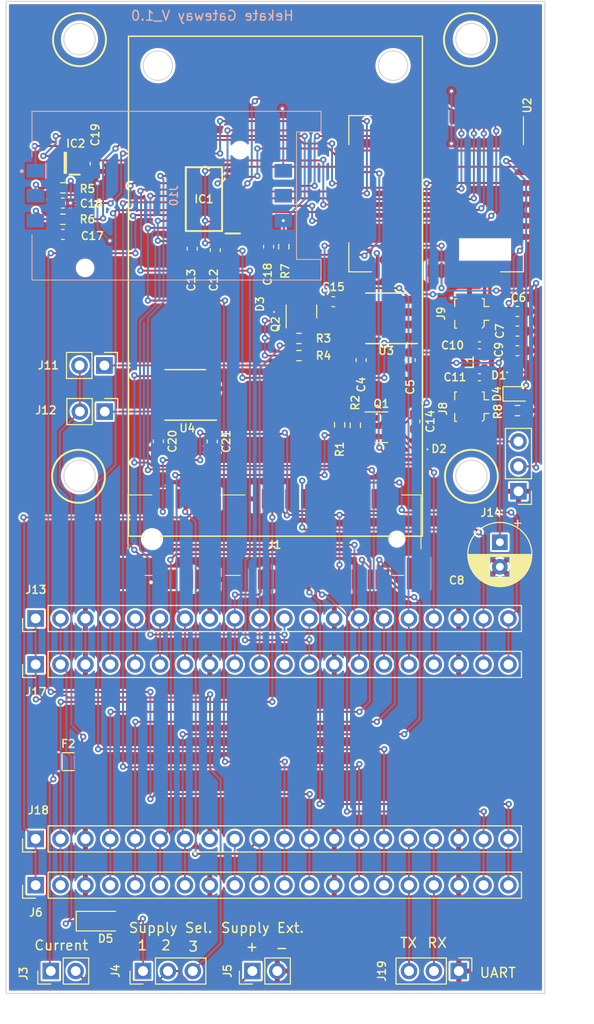
<source format=kicad_pcb>
(kicad_pcb (version 20240108) (generator "pcbnew") (generator_version "8.0")
  (layers (0 "F.Cu" signal) (31 "B.Cu" signal) (34 "B.Paste" user) (35 "F.Paste" user) (36 "B.SilkS" user "B.Silkscreen") (37 "F.SilkS" user "F.Silkscreen") (38 "B.Mask" user) (39 "F.Mask" user) (44 "Edge.Cuts" user))
  (net 0 "")
  (net 1 "GND")
  (net 2 "SIM_VDD")
  (net 3 "Net-(D5-A)")
  (net 4 "Net-(D5-K)")
  (net 5 "Net-(J3-Pin_1)")
  (net 6 "+VSUP")
  (net 7 "Net-(D2-K2)")
  (net 8 "SIM_CARD_RST")
  (net 9 "SIM_CARD_CLK")
  (net 10 "SIM_UART1_RI_3_3V")
  (net 11 "SIM_CARD_DATA")
  (net 12 "SIM_CARD_VCC")
  (net 13 "SIM_UART1_RXD_3_3V")
  (net 14 "SIM_STATUS_3_3V")
  (net 15 "SIM_NETLIGHT")
  (net 16 "SIM_UART1_RTS")
  (net 17 "SIM_UART1_CTS")
  (net 18 "SIM_UART1_DCD")
  (net 19 "SIM_UART1_DCD_3_3V")
  (net 20 "SIM_UART1_RTS_3_3V")
  (net 21 "Net-(J9-In)")
  (net 22 "SIM_STATUS")
  (net 23 "gateway_3V3")
  (net 24 "LORA_SX1262_BUSY")
  (net 25 "LORA_SX1262_RESET")
  (net 26 "LORA_1PPS")
  (net 27 "LORA_SX1302_RESET")
  (net 28 "LORA_SX1262_CSN")
  (net 29 "LORA_I2C_SCL")
  (net 30 "LORA_SX1262_IO2")
  (net 31 "LORA_I2C_SDA")
  (net 32 "LORA_SX1262_IO1")
  (net 33 "LORA_SPI_CLK")
  (net 34 "LORA_SPI_MISO")
  (net 35 "LORA_SPI_MOSI")
  (net 36 "LORA_SX1302_CSN")
  (net 37 "LORA_EN")
  (net 38 "Net-(Q1-B)")
  (net 39 "Net-(Q2-B)")
  (net 40 "SIM_UART1_CTS_3_3V")
  (net 41 "SIM_UART1_TXD")
  (net 42 "SIM_UART1_RXD")
  (net 43 "SIM_UART1_DTR")
  (net 44 "SIM_UART1_RI")
  (net 45 "SIM_UART2_TXD")
  (net 46 "SIM_UART2_RXD")
  (net 47 "SIM_VDD_EXT")
  (net 48 "SIM_UART1_TXD_3_3V")
  (net 49 "SIM_UART1_DTR_3_3V")
  (net 50 "Net-(J3-Pin_2)")
  (net 51 "Net-(J13-Pin_1)")
  (net 52 "USART_DEBUG_RX")
  (net 53 "USART_DEBUG_TX")
  (net 54 "ADC_VREF")
  (net 55 "3V3_OUT")
  (net 56 "3V3_EN")
  (net 57 "SIM_PWR_KEY")
  (net 58 "SIM_RESET")
  (net 59 "SIM_EN")
  (net 89 "Net-(IC2-K_4)")
  (net 96 "Net-(IC2-K_3)")
  (net 97 "Net-(IC2-K_1)")
  (net 98 "Net-(J8-In)")
  (net 99 "Net-(D4-K)")
  (net 100 "Net-(J12-Pin_1)")
  (net 101 "Net-(D3-K2)")
  (net 102 "Net-(J11-Pin_1)")
  (net 103 "Net-(J18-Pin_9)")
  (footprint "Resistor_SMD:R_0603_1608Metric" (layer "F.Cu") (at 57.65 77.075 -90)
    (property "Reference" "R2")
    (property "Value" "47K")
  )
  (footprint "SamacSys_Parts:PESD5V0S1BL315" (layer "F.Cu") (at 64.2125 79.475 180)
    (property "Reference" "D2")
    (property "Value" "PESD3V3S1BLYL" (hide yes))
  )
  (footprint "Connector_PinHeader_2.54mm:PinHeader_1x03_P2.54mm_Vertical" (layer "F.Cu") (at 68.213 132.689 -90)
    (property "Reference" "J19")
    (property "Value" "UART_DEBUG")
  )
  (footprint "SamacSys_Parts:SOT65P210X110-6N" (layer "F.Cu") (at 28.05 50.325 180)
    (property "Reference" "IC2")
    (property "Value" "SMF05CT1G" (hide yes))
  )
  (footprint "SamacSys_Parts:DF2S51ASLL3F" (layer "F.Cu") (at 74.1 71.675)
    (property "Reference" "D1")
    (property "Value" "DF2S5.1ASL,L3F" (hide yes))
  )
  (footprint "Capacitor_SMD:C_0603_1608Metric" (layer "F.Cu") (at 31.1 50.425 -90)
    (property "Reference" "C19")
    (property "Value" "100nF")
  )
  (footprint "Resistor_SMD:R_0603_1608Metric" (layer "F.Cu") (at 56.05 77.025 90)
    (property "Reference" "R1")
    (property "Value" "4.7K")
  )
  (footprint "Capacitor_SMD:C_0603_1608Metric" (layer "F.Cu") (at 41 59.075 90)
    (property "Reference" "C13")
    (property "Value" "100nF")
  )
  (footprint "Connector_PinHeader_2.54mm:PinHeader_1x20_P2.54mm_Vertical" (layer "F.Cu") (at 25.02 123.941 90)
    (property "Reference" "J6")
    (property "Value" "Conn_01x20")
  )
  (footprint "Package_TO_SOT_SMD:SOT-23" (layer "F.Cu") (at 52.15 65.475 90)
    (property "Reference" "Q2")
    (property "Value" "BC817")
  )
  (footprint "Resistor_SMD:R_0603_1608Metric" (layer "F.Cu") (at 50.35 58.875 -90)
    (property "Reference" "R7")
    (property "Value" "22R")
  )
  (footprint "Capacitor_SMD:C_0603_1608Metric" (layer "F.Cu") (at 74.2 67.475)
    (property "Reference" "C7")
    (property "Value" "1µF")
  )
  (footprint "Capacitor_SMD:C_0603_1608Metric" (layer "F.Cu") (at 63.25 70.425 -90)
    (property "Reference" "C5")
    (property "Value" "4.7µF")
  )
  (footprint "Capacitor_SMD:C_0603_1608Metric" (layer "F.Cu") (at 55.4 64.475)
    (property "Reference" "C15")
    (property "Value" "100nF")
  )
  (footprint "RF_GSM:SIMCom_SIM800C" (layer "F.Cu") (at 65.9 53.475 -90)
    (property "Reference" "U2")
    (property "Value" "SIM7020E")
  )
  (footprint "Inductor_SMD:L_0402_1005Metric" (layer "F.Cu") (at 70.82 70.66 -90)
    (property "Reference" "L1")
    (property "Value" "L")
  )
  (footprint "Connector_PinHeader_2.54mm:PinHeader_1x02_P2.54mm_Vertical" (layer "F.Cu") (at 32.04 70.975 -90)
    (property "Reference" "J11")
    (property "Value" "SIM Current")
  )
  (footprint "Capacitor_SMD:C_0603_1608Metric" (layer "F.Cu") (at 58.25 70.425 -90)
    (property "Reference" "C4")
    (property "Value" "4.7µF")
  )
  (footprint "Resistor_SMD:R_0603_1608Metric" (layer "F.Cu") (at 74.2 75.575 180)
    (property "Reference" "R8")
    (property "Value" "56 R")
  )
  (footprint "Connector_PinHeader_2.54mm:PinHeader_1x20_P2.54mm_Vertical" (layer "F.Cu") (at 25.02 119.227 90)
    (property "Reference" "J18")
    (property "Value" "Conn_01x20")
  )
  (footprint "Resistor_SMD:R_0603_1608Metric" (layer "F.Cu") (at 51.9 69.975)
    (property "Reference" "R4")
    (property "Value" "47K")
  )
  (footprint "Connector_PinHeader_2.54mm:PinHeader_1x03_P2.54mm_Vertical" (layer "F.Cu") (at 35.985 132.689 90)
    (property "Reference" "J4")
    (property "Value" "SUPPLY_SELECT")
  )
  (footprint "Connector_Coaxial:U.FL_Molex_MCRF_73412-0110_Vertical" (layer "F.Cu") (at 69.3 65.675 90)
    (property "Reference" "J9")
    (property "Value" "Conn_Coaxial" (hide yes))
  )
  (footprint "Capacitor_SMD:C_0402_1005Metric" (layer "F.Cu") (at 70.32 68.925 180)
    (property "Reference" "C10")
    (property "Value" "C")
  )
  (footprint "LED_SMD:LED_0603_1608Metric" (layer "F.Cu") (at 74.2 73.875)
    (property "Reference" "D4")
    (property "Value" "LED")
  )
  (footprint "SamacSys_Parts:PESD5V0S1BL315" (layer "F.Cu") (at 49.4 64.725 90)
    (property "Reference" "D3")
    (property "Value" "PESD3V3S1BLYL" (hide yes))
  )
  (footprint "Resistor_SMD:R_0603_1608Metric" (layer "F.Cu") (at 27.8 52.875 180)
    (property "Reference" "R5")
    (property "Value" "22R")
  )
  (footprint "Diode_SMD:D_SOD-123" (layer "F.Cu") (at 31.525 127.609)
    (property "Reference" "D5")
    (property "Value" "D_Schottky")
  )
  (footprint "Resistor_SMD:R_0603_1608Metric" (layer "F.Cu") (at 51.9 68.225 180)
    (property "Reference" "R3")
    (property "Value" "4.7K")
  )
  (footprint "Capacitor_SMD:C_0603_1608Metric" (layer "F.Cu") (at 48.8 58.875 90)
    (property "Reference" "C18")
    (property "Value" "22pF")
  )
  (footprint "Package_SO:Diodes_SO-8EP" (layer "F.Cu") (at 60.8 66.175 180)
    (property "Reference" "U3")
    (property "Value" "AP7361C-33SPR-13 ")
  )
  (footprint "Connector_PinHeader_2.54mm:PinHeader_1x02_P2.54mm_Vertical" (layer "F.Cu") (at 32.075 75.675 -90)
    (property "Reference" "J12")
    (property "Value" "Lora Current")
  )
  (footprint "SamacSys_Parts:SOP65P640X120-20N" (layer "F.Cu") (at 42.2 54.025 180)
    (property "Reference" "IC1")
    (property "Value" "TXB0108PWR" (hide yes))
  )
  (footprint "Capacitor_SMD:C_0402_1005Metric" (layer "F.Cu") (at 70.32 72.175 180)
    (property "Reference" "C11")
    (property "Value" "C")
  )
  (footprint "Capacitor_SMD:C_0603_1608Metric" (layer "F.Cu") (at 37.55 78.7 -90)
    (property "Reference" "C20")
    (property "Value" "4.7µF")
  )
  (footprint "Capacitor_SMD:C_0603_1608Metric" (layer "F.Cu") (at 27.8 54.425 180)
    (property "Reference" "C16")
    (property "Value" "22pF")
  )
  (footprint "SamacSys_Parts:17758622" (layer "F.Cu") (at 49.4 88.675)
    (property "Reference" "J1")
    (property "Value" "1775862-2" (hide yes))
  )
  (footprint "Capacitor_THT:CP_Radial_D6.3mm_P2.50mm" (layer "F.Cu") (at 72.4 88.992621 -90)
    (property "Reference" "C8")
    (property "Value" "470 µF")
  )
  (footprint "Capacitor_SMD:C_0603_1608Metric" (layer "F.Cu") (at 27.8 57.625 180)
    (property "Reference" "C17")
    (property "Value" "22pF")
  )
  (footprint "Capacitor_SMD:C_0603_1608Metric" (layer "F.Cu") (at 63.7125 76.675 -90)
    (property "Reference" "C14")
    (property "Value" "100nF")
  )
  (footprint "Connector_PinHeader_2.54mm:PinHeader_1x20_P2.54mm_Vertical" (layer "F.Cu") (at 25.02 96.763 90)
    (property "Reference" "J13")
    (property "Value" "Conn_01x20")
  )
  (footprint "Package_SO:Diodes_SO-8EP" (layer "F.Cu") (at 40.3 73.975 180)
    (property "Reference" "U4")
    (property "Value" "AP7361C-33SPR-13 ")
  )
  (footprint "Capacitor_SMD:C_0603_1608Metric" (layer "F.Cu") (at 43.05 78.725 -90)
    (property "Reference" "C21")
    (property "Value" "4.7µF")
  )
  (footprint "Connector_PinHeader_2.54mm:PinHeader_1x03_P2.54mm_Vertical" (layer "F.Cu") (at 74.3 83.8 180)
    (property "Reference" "J14")
    (property "Value" "SIM_UART2")
  )
  (footprint "Connector_PinHeader_2.54mm:PinHeader_1x02_P2.54mm_Vertical" (layer "F.Cu") (at 47.146 132.689 90)
    (property "Reference" "J5")
    (property "Value" "EXT_SUPPLY")
  )
  (footprint "Resistor_SMD:R_0603_1608Metric" (layer "F.Cu") (at 27.8 56.075 180)
    (property "Reference" "R6")
    (property "Value" "22R")
  )
  (footprint "Capacitor_SMD:C_0603_1608Metric" (layer "F.Cu") (at 74.2 69.475)
    (property "Reference" "C9")
    (property "Value" "10µF")
  )
  (footprint "Capacitor_SMD:C_0603_1608Metric" (layer "F.Cu") (at 43.35 59.225 -90)
    (property "Reference" "C12")
    (property "Value" "100nF")
  )
  (footprint "Connector_PinHeader_2.54mm:PinHeader_1x20_P2.54mm_Vertical" (layer "F.Cu") (at 25.02 101.447 90)
    (property "Reference" "J17")
    (property "Value" "Conn_01x20")
  )
  (footprint "Capacitor_SMD:C_0603_1608Metric" (layer "F.Cu") (at 74.2 65.475)
    (property "Reference" "C6")
    (property "Value" "100nF")
  )
  (footprint "Connector_Coaxial:U.FL_Molex_MCRF_73412-0110_Vertical" (layer "F.Cu") (at 69.3 75.175 90)
    (property "Reference" "J8")
    (property "Value" "Conn_Coaxial" (hide yes))
  )
  (footprint "Fuse:Fuse_1206_3216Metric" (layer "F.Cu") (at 28.35 111.353)
    (property "Reference" "F2")
    (property "Value" "Fuse")
  )
  (footprint "Package_TO_SOT_SMD:SOT-23" (layer "F.Cu") (at 60.3125 77.275)
    (property "Reference" "Q1")
    (property "Value" "BC817")
  )
  (footprint "Connector_PinHeader_2.54mm:PinHeader_1x02_P2.54mm_Vertical" (layer "F.Cu") (at 26.567 132.689 90)
    (property "Reference" "J3")
    (property "Value" "Current")
  )
  (footprint "SamacSys_Parts:7111S2015X02LF" (layer "B.Cu") (at 39.4 53.675 -90)
    (property "Reference" "J10")
    (property "Value" "7111S2015X02LF" (hide yes))
  )
  (gr_circle (center 29.4 82.275) (end 32.1 82.275) (stroke (width 0.2)) (fill none) (layer "F.SilkS"))
  (gr_circle (center 29.5 37.775) (end 32.2 37.775) (stroke (width 0.2)) (fill none) (layer "F.SilkS"))
  (gr_rect (start 34.5 37.425) (end 64.5 88.375) (stroke (width 0.15)) (fill none) (layer "F.SilkS"))
  (gr_circle (center 69.5 82.275) (end 72.2 82.275) (stroke (width 0.2)) (fill none) (layer "F.SilkS"))
  (gr_circle (center 69.4 37.775) (end 72.1 37.775) (stroke (width 0.2)) (fill none) (layer "F.SilkS"))
  (gr_circle (center 69.5 82.225) (end 71.1 82.225) (stroke (width 0.1)) (fill none) (layer "Edge.Cuts"))
  (gr_circle (center 61.5 40.425) (end 60 40.425) (stroke (width 0.1)) (fill none) (layer "Edge.Cuts"))
  (gr_circle (center 69.5 37.725) (end 71.1 37.725) (stroke (width 0.1)) (fill none) (layer "Edge.Cuts"))
  (gr_circle (center 29.5 37.725) (end 31.1 37.725) (stroke (width 0.1)) (fill none) (layer "Edge.Cuts"))
  (gr_circle (center 37.5 40.425) (end 36 40.425) (stroke (width 0.1)) (fill none) (layer "Edge.Cuts"))
  (gr_circle (center 29.5 82.225) (end 31.1 82.225) (stroke (width 0.1)) (fill none) (layer "Edge.Cuts"))
  (gr_rect (start 22 33.865) (end 77 134.975) (stroke (width 0.1)) (fill none) (layer "Edge.Cuts"))
  (gr_text "Hekate Gateway V_1.0" (at 51.464 35.915 0) (layer "B.SilkS") (effects (font (size 1 1)) (justify left bottom mirror)))
  (gr_text "+" (at 46.384 130.784 0) (layer "F.SilkS") (effects (font (size 1 1)) (justify left bottom)))
  (gr_text "UART" (at 70.26 133.451 0) (layer "F.SilkS") (effects (font (size 1 1)) (justify left bottom)))
  (gr_text "1" (at 35.335 130.657 0) (layer "F.SilkS") (effects (font (size 1 1)) (justify left bottom)))
  (gr_text "-" (at 49.432 130.911 0) (layer "F.SilkS") (effects (font (size 1 1)) (justify left bottom)))
  (gr_text "TX" (at 62.132 130.403 0) (layer "F.SilkS") (effects (font (size 1 1)) (justify left bottom)))
  (gr_text "Supply Sel." (at 34.446 128.879 0) (layer "F.SilkS") (effects (font (size 1 1)) (justify left bottom)))
  (gr_text "2" (at 37.748 130.657 0) (layer "F.SilkS") (effects (font (size 1 1)) (justify left bottom)))
  (gr_text "Current" (at 24.794 130.657 0) (layer "F.SilkS") (effects (font (size 1 1)) (justify left bottom)))
  (gr_text "Supply Ext." (at 43.844 128.879 0) (layer "F.SilkS") (effects (font (size 1 1)) (justify left bottom)))
  (gr_text "3" (at 40.542 130.784 0) (layer "F.SilkS") (effects (font (size 1 1)) (justify left bottom)))
  (gr_text "RX" (at 64.926 130.403 0) (layer "F.SilkS") (effects (font (size 1 1)) (justify left bottom)))
  (segment (start 36.82 83.325) (end 36.732 83.413) (width 0.2) (layer "F.Cu") (net 1))
  (segment (start 63.676 44.551) (end 61.878 44.551) (width 0.2) (layer "F.Cu") (net 1))
  (segment (start 31.331 52.425) (end 31.331 51.431) (width 0.2) (layer "F.Cu") (net 1))
  (segment (start 64.25 45.625) (end 64.25 45.125) (width 0.2) (layer "F.Cu") (net 1))
  (segment (start 67.557 64.2) (end 67.466 64.109) (width 0.2) (layer "F.Cu") (net 1))
  (segment (start 56.4 84.575) (end 56.4 83.575) (width 0.2) (layer "F.Cu") (net 1))
  (segment (start 64.25 45.125) (end 63.676 44.551) (width 0.2) (layer "F.Cu") (net 1))
  (segment (start 29 50.325) (end 30.225 50.325) (width 0.2) (layer "F.Cu") (net 1))
  (segment (start 54 83.375) (end 54 84.575) (width 0.2) (layer "F.Cu") (net 1))
  (segment (start 54.25 84.825) (end 54 84.575) (width 0.2) (layer "F.Cu") (net 1))
  (segment (start 50.8 84.575) (end 50.8 85.575) (width 0.2) (layer "F.Cu") (net 1))
  (segment (start 56.4 83.575) (end 56.15 83.325) (width 0.2) (layer "F.Cu") (net 1))
  (segment (start 68.736 61.411) (end 68.65 61.325) (width 0.2) (layer "F.Cu") (net 1))
  (segment (start 30.225 50.325) (end 31.1 51.2) (width 0.2) (layer "F.Cu") (net 1))
  (segment (start 54.05 83.325) (end 54 83.375) (width 0.2) (layer "F.Cu") (net 1))
  (segment (start 60.4 84.575) (end 60.4 85.575) (width 0.2) (layer "F.Cu") (net 1))
  (segment (start 38.75 83.325) (end 36.82 83.325) (width 0.2) (layer "F.Cu") (net 1))
  (segment (start 56.65 85.825) (end 56.4 85.575) (width 0.2) (layer "F.Cu") (net 1))
  (segment (start 38.8 83.375) (end 38.75 83.325) (width 0.2) (layer "F.Cu") (net 1))
  (segment (start 60.15 85.825) (end 56.65 85.825) (width 0.2) (layer "F.Cu") (net 1))
  (segment (start 57.1 49.075) (end 57.814 48.361) (width 0.2) (layer "F.Cu") (net 1))
  (segment (start 54.25 85.707) (end 54.25 84.825) (width 0.2) (layer "F.Cu") (net 1))
  (segment (start 56.15 83.325) (end 54.05 83.325) (width 0.2) (layer "F.Cu") (net 1))
  (segment (start 27.75 58.35) (end 32.517 58.35) (width 0.2) (layer "F.Cu") (net 1))
  (segment (start 38.8 84.575) (end 38.8 83.375) (width 0.2) (layer "F.Cu") (net 1))
  (segment (start 60.4 85.575) (end 60.15 85.825) (width 0.2) (layer "F.Cu") (net 1))
  (segment (start 51.05 85.825) (end 54.132 85.825) (width 0.2) (layer "F.Cu") (net 1))
  (segment (start 27.025 57.625) (end 27.75 58.35) (width 0.2) (layer "F.Cu") (net 1))
  (segment (start 32.517 58.35) (end 32.6 58.267) (width 0.2) (layer "F.Cu") (net 1))
  (segment (start 68.65 61.325) (end 68.65 60.975) (width 0.2) (layer "F.Cu") (net 1))
  (segment (start 69.3 64.2) (end 67.557 64.2) (width 0.2) (layer "F.Cu") (net 1))
  (segment (start 50.8 85.575) (end 51.05 85.825) (width 0.2) (layer "F.Cu") (net 1))
  (segment (start 31.331 51.431) (end 31.1 51.2) (width 0.2) (layer "F.Cu") (net 1))
  (segment (start 50.194 44.805) (end 50.956 44.805) (width 0.2) (layer "F.Cu") (net 1))
  (segment (start 54.132 85.825) (end 54.25 85.707) (width 0.2) (layer "F.Cu") (net 1))
  (segment (start 56.4 85.575) (end 56.4 84.575) (width 0.2) (layer "F.Cu") (net 1))
  (segment (start 57.814 48.361) (end 67.466 48.361) (width 0.2) (layer "F.Cu") (net 1))
  (via (at 67.466 43.027) (size 0.65) (drill 0.3) (layers "F.Cu" "B.Cu") (net 1))
  (via (at 67.466 64.109) (size 0.65) (drill 0.3) (layers "F.Cu" "B.Cu") (net 1))
  (via (at 31.331 52.425) (size 0.65) (drill 0.3) (layers "F.Cu" "B.Cu") (net 1))
  (via (at 67.466 48.361) (size 0.65) (drill 0.3) (layers "F.Cu" "B.Cu") (net 1))
  (via (at 32.6 58.267) (size 0.65) (drill 0.3) (layers "F.Cu" "B.Cu") (net 1))
  (via (at 50.194 44.805) (size 0.65) (drill 0.3) (layers "F.Cu" "B.Cu") (net 1))
  (segment (start 30.1 101.447) (end 30.1 96.763) (width 0.2) (layer "B.Cu") (net 1))
  (segment (start 50.3 51.135) (end 50.3 44.911) (width 0.2) (layer "B.Cu") (net 1))
  (segment (start 67.466 64.109) (end 67.466 63.855) (width 0.2) (layer "B.Cu") (net 1))
  (segment (start 50.3 44.911) (end 50.194 44.805) (width 0.2) (layer "B.Cu") (net 1))
  (segment (start 32.6 58.267) (end 31.331 56.998) (width 0.2) (layer "B.Cu") (net 1))
  (segment (start 67.466 48.361) (end 67.466 43.027) (width 0.2) (layer "B.Cu") (net 1))
  (segment (start 31.331 56.998) (end 31.331 52.425) (width 0.2) (layer "B.Cu") (net 1))
  (segment (start 39.197 56.235) (end 39.262 56.3) (width 0.2) (layer "F.Cu") (net 2))
  (segment (start 60.608 72.237) (end 46.13 72.237) (width 0.2) (layer "F.Cu") (net 2))
  (segment (start 72.292 70.713) (end 72.292 70.608) (width 0.2) (layer "F.Cu") (net 2))
  (segment (start 62.6965 68.681) (end 60.608 68.681) (width 0.2) (layer "F.Cu") (net 2))
  (segment (start 74.7 57.875) (end 74.7 56.775) (width 0.2) (layer "F.Cu") (net 2))
  (segment (start 74.451 59.283) (end 74.7 59.034) (width 0.2) (layer "F.Cu") (net 2))
  (segment (start 73.425 69.475) (end 73.425 67.475) (width 0.2) (layer "F.Cu") (net 2))
  (segment (start 41.983 59.283) (end 41 58.3) (width 0.2) (layer "F.Cu") (net 2))
  (segment (start 37.494 56.235) (end 39.197 56.235) (width 0.2) (layer "F.Cu") (net 2))
  (segment (start 37.527 58.3) (end 37.494 58.267) (width 0.2) (layer "F.Cu") (net 2))
  (segment (start 74.7 59.034) (end 74.7 57.875) (width 0.2) (layer "F.Cu") (net 2))
  (segment (start 63.25 69.65) (end 63.25 68.1275) (width 0.2) (layer "F.Cu") (net 2))
  (segment (start 72.292 70.608) (end 73.425 69.475) (width 0.2) (layer "F.Cu") (net 2))
  (segment (start 46.13 59.283) (end 41.983 59.283) (width 0.2) (layer "F.Cu") (net 2))
  (segment (start 73.9 71.675) (end 73.9 69.95) (width 0.2) (layer "F.Cu") (net 2))
  (segment (start 66.403 69.65) (end 63.25 69.65) (width 0.2) (layer "F.Cu") (net 2))
  (segment (start 73.9 69.95) (end 73.425 69.475) (width 0.2) (layer "F.Cu") (net 2))
  (segment (start 67.466 70.713) (end 66.403 69.65) (width 0.2) (layer "F.Cu") (net 2))
  (segment (start 73.425 65.475) (end 73.425 67.475) (width 0.2) (layer "F.Cu") (net 2))
  (segment (start 73.308 65.358) (end 73.425 65.475) (width 0.2) (layer "F.Cu") (net 2))
  (segment (start 73.308 64.617) (end 73.308 65.358) (width 0.2) (layer "F.Cu") (net 2))
  (segment (start 63.25 68.1275) (end 63.2975 68.08) (width 0.2) (layer "F.Cu") (net 2))
  (segment (start 41 58.3) (end 37.527 58.3) (width 0.2) (layer "F.Cu") (net 2))
  (segment (start 63.2975 68.08) (end 62.6965 68.681) (width 0.2) (layer "F.Cu") (net 2))
  (segment (start 67.974 70.713) (end 67.466 70.713) (width 0.2) (layer "F.Cu") (net 2))
  (via (at 74.451 59.283) (size 0.65) (drill 0.3) (layers "F.Cu" "B.Cu") (net 2))
  (via (at 37.494 58.267) (size 0.65) (drill 0.3) (layers "F.Cu" "B.Cu") (net 2))
  (via (at 73.308 64.617) (size 0.65) (drill 0.3) (layers "F.Cu" "B.Cu") (net 2))
  (via (at 72.292 70.713) (size 0.65) (drill 0.3) (layers "F.Cu" "B.Cu") (net 2))
  (via (at 60.608 72.237) (size 0.65) (drill 0.3) (layers "F.Cu" "B.Cu") (net 2))
  (via (at 46.13 72.237) (size 0.65) (drill 0.3) (layers "F.Cu" "B.Cu") (net 2))
  (via (at 37.494 56.235) (size 0.65) (drill 0.3) (layers "F.Cu" "B.Cu") (net 2))
  (via (at 67.974 70.713) (size 0.65) (drill 0.3) (layers "F.Cu" "B.Cu") (net 2))
  (via (at 60.608 68.681) (size 0.65) (drill 0.3) (layers "F.Cu" "B.Cu") (net 2))
  (via (at 46.13 59.283) (size 0.65) (drill 0.3) (layers "F.Cu" "B.Cu") (net 2))
  (segment (start 46.13 72.237) (end 46.13 59.283) (width 0.2) (layer "B.Cu") (net 2))
  (segment (start 74.451 59.283) (end 73.816 59.918) (width 0.2) (layer "B.Cu") (net 2))
  (segment (start 72.4 88.992621) (end 72.4 70.821) (width 0.2) (layer "B.Cu") (net 2))
  (segment (start 73.816 59.918) (end 73.816 64.109) (width 0.2) (layer "B.Cu") (net 2))
  (segment (start 37.494 58.267) (end 37.494 56.235) (width 0.2) (layer "B.Cu") (net 2))
  (segment (start 73.816 64.109) (end 73.308 64.617) (width 0.2) (layer "B.Cu") (net 2))
  (segment (start 72.4 70.821) (end 72.292 70.713) (width 0.2) (layer "B.Cu") (net 2))
  (segment (start 72.292 70.713) (end 67.974 70.713) (width 0.2) (layer "B.Cu") (net 2))
  (segment (start 60.608 68.681) (end 60.608 72.237) (width 0.2) (layer "B.Cu") (net 2))
  (segment (start 35.716 127.609) (end 33.175 127.609) (width 0.2) (layer "F.Cu") (net 3))
  (segment (start 35.97 127.355) (end 35.716 127.609) (width 0.2) (layer "F.Cu") (net 3))
  (via (at 35.97 127.355) (size 0.65) (drill 0.3) (layers "F.Cu" "B.Cu") (net 3))
  (segment (start 35.985 127.37) (end 35.97 127.355) (width 0.2) (layer "B.Cu") (net 3))
  (segment (start 35.985 132.689) (end 35.985 127.37) (width 0.2) (layer "B.Cu") (net 3))
  (segment (start 29.875 127.609) (end 28.35 127.609) (width 0.2) (layer "F.Cu") (net 4))
  (segment (start 28.35 127.609) (end 28.096 127.863) (width 0.2) (layer "F.Cu") (net 4))
  (via (at 28.096 127.863) (size 0.65) (drill 0.3) (layers "F.Cu" "B.Cu") (net 4))
  (segment (start 28.163 102.05) (end 27.56 101.447) (width 0.2) (layer "B.Cu") (net 4))
  (segment (start 28.096 127.863) (end 28.66 127.299) (width 0.2) (layer "B.Cu") (net 4))
  (segment (start 28.66 110.840173) (end 28.163 110.343173) (width 0.2) (layer "B.Cu") (net 4))
  (segment (start 27.56 101.447) (end 27.56 96.763) (width 0.2) (layer "B.Cu") (net 4))
  (segment (start 28.163 110.343173) (end 28.163 102.05) (width 0.2) (layer "B.Cu") (net 4))
  (segment (start 28.66 127.299) (end 28.66 110.840173) (width 0.2) (layer "B.Cu") (net 4))
  (segment (start 26.826 113.131) (end 26.826 111.477) (width 0.2) (layer "F.Cu") (net 5))
  (segment (start 26.826 111.477) (end 26.95 111.353) (width 0.2) (layer "F.Cu") (net 5))
  (via (at 26.826 113.131) (size 0.65) (drill 0.3) (layers "F.Cu" "B.Cu") (net 5))
  (segment (start 26.46 113.497) (end 26.826 113.131) (width 0.2) (layer "B.Cu") (net 5))
  (segment (start 26.567 132.689) (end 26.46 132.582) (width 0.2) (layer "B.Cu") (net 5))
  (segment (start 26.46 132.582) (end 26.46 113.497) (width 0.2) (layer "B.Cu") (net 5))
  (segment (start 29.75 111.353) (end 29.75 108.937) (width 0.2) (layer "F.Cu") (net 6))
  (segment (start 29.75 108.937) (end 29.874 108.813) (width 0.2) (layer "F.Cu") (net 6))
  (via (at 29.874 108.813) (size 0.65) (drill 0.3) (layers "F.Cu" "B.Cu") (net 6))
  (segment (start 29.535 71.01) (end 29.5 70.975) (width 0.2) (layer "B.Cu") (net 6))
  (segment (start 29.535 75.675) (end 29.535 71.01) (width 0.2) (layer "B.Cu") (net 6))
  (segment (start 28.670523 84.227534) (end 27.497466 83.054477) (width 0.2) (layer "B.Cu") (net 6))
  (segment (start 28.670523 107.609523) (end 28.670523 84.227534) (width 0.2) (layer "B.Cu") (net 6))
  (segment (start 27.497466 77.712534) (end 29.535 75.675) (width 0.2) (layer "B.Cu") (net 6))
  (segment (start 29.874 108.813) (end 28.670523 107.609523) (width 0.2) (layer "B.Cu") (net 6))
  (segment (start 27.497466 83.054477) (end 27.497466 77.712534) (width 0.2) (layer "B.Cu") (net 6))
  (segment (start 63.803 75.9) (end 64.926 74.777) (width 0.2) (layer "F.Cu") (net 7))
  (segment (start 63.7125 75.9) (end 63.803 75.9) (width 0.2) (layer "F.Cu") (net 7))
  (segment (start 61.25 77.275) (end 62.3375 77.275) (width 0.2) (layer "F.Cu") (net 7))
  (segment (start 64.976 52.375) (end 74.7 52.375) (width 0.2) (layer "F.Cu") (net 7))
  (segment (start 64.926 52.425) (end 64.976 52.375) (width 0.2) (layer "F.Cu") (net 7))
  (segment (start 63.45 79.475) (end 61.25 77.275) (width 0.2) (layer "F.Cu") (net 7))
  (segment (start 63.8625 79.475) (end 63.45 79.475) (width 0.2) (layer "F.Cu") (net 7))
  (segment (start 62.3375 77.275) (end 63.7125 75.9) (width 0.2) (layer "F.Cu") (net 7))
  (via (at 64.926 74.777) (size 0.65) (drill 0.3) (layers "F.Cu" "B.Cu") (net 7))
  (via (at 64.926 52.425) (size 0.65) (drill 0.3) (layers "F.Cu" "B.Cu") (net 7))
  (segment (start 64.926 74.777) (end 64.926 52.425) (width 0.2) (layer "B.Cu") (net 7))
  (segment (start 32.636 54.425) (end 32.668 54.457) (width 0.2) (layer "F.Cu") (net 8))
  (segment (start 28.575 54.425) (end 32.636 54.425) (width 0.2) (layer "F.Cu") (net 8))
  (segment (start 43.844 46.075) (end 58.83 46.075) (width 0.2) (layer "F.Cu") (net 8))
  (segment (start 33.938 49.377) (end 43.844 49.377) (width 0.2) (layer "F.Cu") (net 8))
  (segment (start 58.83 53.441) (end 57.134 53.441) (width 0.2) (layer "F.Cu") (net 8))
  (segment (start 28.625 52.192) (end 28.604 52.171) (width 0.2) (layer "F.Cu") (net 8))
  (segment (start 57.134 53.441) (end 57.1 53.475) (width 0.2) (layer "F.Cu") (net 8))
  (segment (start 28.625 52.875) (end 28.625 52.192) (width 0.2) (layer "F.Cu") (net 8))
  (via (at 28.604 52.171) (size 0.65) (drill 0.3) (layers "F.Cu" "B.Cu") (net 8))
  (via (at 33.938 49.377) (size 0.65) (drill 0.3) (layers "F.Cu" "B.Cu") (net 8))
  (via (at 58.83 46.075) (size 0.65) (drill 0.3) (layers "F.Cu" "B.Cu") (net 8))
  (via (at 43.844 46.075) (size 0.65) (drill 0.3) (layers "F.Cu" "B.Cu") (net 8))
  (via (at 43.844 49.377) (size 0.65) (drill 0.3) (layers "F.Cu" "B.Cu") (net 8))
  (via (at 58.83 53.441) (size 0.65) (drill 0.3) (layers "F.Cu" "B.Cu") (net 8))
  (via (at 28.575 54.425) (size 0.65) (drill 0.3) (layers "F.Cu" "B.Cu") (net 8))
  (via (at 32.668 54.457) (size 0.65) (drill 0.3) (layers "F.Cu" "B.Cu") (net 8))
  (segment (start 43.844 49.377) (end 43.844 46.075) (width 0.2) (layer "B.Cu") (net 8))
  (segment (start 32.668 54.457) (end 33.751 53.374) (width 0.2) (layer "B.Cu") (net 8))
  (segment (start 28.604 52.171) (end 28.604 54.396) (width 0.2) (layer "B.Cu") (net 8))
  (segment (start 33.751 49.564) (end 33.938 49.377) (width 0.2) (layer "B.Cu") (net 8))
  (segment (start 58.83 46.075) (end 58.83 53.441) (width 0.2) (layer "B.Cu") (net 8))
  (segment (start 28.604 54.396) (end 28.575 54.425) (width 0.2) (layer "B.Cu") (net 8))
  (segment (start 33.751 53.374) (end 33.751 49.564) (width 0.2) (layer "B.Cu") (net 8))
  (segment (start 28.625 57.575) (end 28.575 57.625) (width 0.2) (layer "F.Cu") (net 9))
  (segment (start 52.376 48.361) (end 55.274 48.361) (width 0.2) (layer "F.Cu") (net 9))
  (segment (start 55.274 52.425) (end 57.05 52.425) (width 0.2) (layer "F.Cu") (net 9))
  (segment (start 28.625 56.075) (end 28.625 57.575) (width 0.2) (layer "F.Cu") (net 9))
  (segment (start 33.176 48.869) (end 34.06 47.985) (width 0.2) (layer "F.Cu") (net 9))
  (segment (start 28.625 56.075) (end 31.812 56.075) (width 0.2) (layer "F.Cu") (net 9))
  (segment (start 31.812 56.075) (end 31.906 55.981) (width 0.2) (layer "F.Cu") (net 9))
  (segment (start 57.05 52.425) (end 57.1 52.375) (width 0.2) (layer "F.Cu") (net 9))
  (segment (start 34.06 47.985) (end 52 47.985) (width 0.2) (layer "F.Cu") (net 9))
  (segment (start 52 47.985) (end 52.376 48.361) (width 0.2) (layer "F.Cu") (net 9))
  (via (at 31.906 55.981) (size 0.65) (drill 0.3) (layers "F.Cu" "B.Cu") (net 9))
  (via (at 55.274 52.425) (size 0.65) (drill 0.3) (layers "F.Cu" "B.Cu") (net 9))
  (via (at 33.176 48.869) (size 0.65) (drill 0.3) (layers "F.Cu" "B.Cu") (net 9))
  (via (at 55.274 48.361) (size 0.65) (drill 0.3) (layers "F.Cu" "B.Cu") (net 9))
  (segment (start 31.906 50.139) (end 33.176 48.869) (width 0.2) (layer "B.Cu") (net 9))
  (segment (start 55.274 48.361) (end 55.274 52.425) (width 0.2) (layer "B.Cu") (net 9))
  (segment (start 31.906 55.981) (end 31.906 50.139) (width 0.2) (layer "B.Cu") (net 9))
  (segment (start 34.979 52.4) (end 39.262 52.4) (width 0.2) (layer "F.Cu") (net 10))
  (segment (start 37.036412 90.271) (end 35.60382 90.271) (width 0.2) (layer "F.Cu") (net 10))
  (segment (start 57.56 89.255) (end 38.052412 89.255) (width 0.2) (layer "F.Cu") (net 10))
  (segment (start 38.052412 89.255) (end 37.036412 90.271) (width 0.2) (layer "F.Cu") (net 10))
  (segment (start 35.60382 90.271) (end 35.100557 89.767737) (width 0.2) (layer "F.Cu") (net 10))
  (segment (start 34.7 52.679) (end 34.979 52.4) (width 0.2) (layer "F.Cu") (net 10))
  (via (at 57.56 89.255) (size 0.65) (drill 0.3) (layers "F.Cu" "B.Cu") (net 10))
  (via (at 34.7 52.679) (size 0.65) (drill 0.3) (layers "F.Cu" "B.Cu") (net 10))
  (via (at 35.100557 89.767737) (size 0.65) (drill 0.3) (layers "F.Cu" "B.Cu") (net 10))
  (segment (start 34.379 89.04618) (end 34.379 55.032) (width 0.2) (layer "B.Cu") (net 10))
  (segment (start 58.04 96.763) (end 57.56 96.283) (width 0.2) (layer "B.Cu") (net 10))
  (segment (start 35.100557 89.767737) (end 34.379 89.04618) (width 0.2) (layer "B.Cu") (net 10))
  (segment (start 57.56 96.283) (end 57.56 89.255) (width 0.2) (layer "B.Cu") (net 10))
  (segment (start 34.7 54.711) (end 34.7 52.679) (width 0.2) (layer "B.Cu") (net 10))
  (segment (start 34.379 55.032) (end 34.7 54.711) (width 0.2) (layer "B.Cu") (net 10))
  (segment (start 58.04 96.763) (end 58.04 101.447) (width 0.2) (layer "B.Cu") (net 10))
  (segment (start 58.485 59.7) (end 50.35 59.7) (width 0.2) (layer "F.Cu") (net 11))
  (segment (start 57.1 51.275) (end 59.966 51.275) (width 0.2) (layer "F.Cu") (net 11))
  (segment (start 58.576 59.791) (end 58.485 59.7) (width 0.2) (layer "F.Cu") (net 11))
  (segment (start 59.966 51.275) (end 60.1 51.409) (width 0.2) (layer "F.Cu") (net 11))
  (segment (start 50.35 59.7) (end 48.85 59.7) (width 0.2) (layer "F.Cu") (net 11))
  (segment (start 48.85 59.7) (end 48.8 59.65) (width 0.2) (layer "F.Cu") (net 11))
  (via (at 60.1 51.409) (size 0.65) (drill 0.3) (layers "F.Cu" "B.Cu") (net 11))
  (via (at 58.576 59.791) (size 0.65) (drill 0.3) (layers "F.Cu" "B.Cu") (net 11))
  (segment (start 60.1 58.267) (end 58.576 59.791) (width 0.2) (layer "B.Cu") (net 11))
  (segment (start 60.1 51.409) (end 60.1 58.267) (width 0.2) (layer "B.Cu") (net 11))
  (segment (start 54.312 50.085) (end 54.385 50.012) (width 0.2) (layer "F.Cu") (net 12))
  (segment (start 27.94 48.615) (end 29 49.675) (width 0.2) (layer "F.Cu") (net 12))
  (segment (start 54.394 54.575) (end 57.1 54.575) (width 0.2) (layer "F.Cu") (net 12))
  (segment (start 31.075 49.675) (end 31.1 49.65) (width 0.2) (layer "F.Cu") (net 12))
  (segment (start 31.1 49.65) (end 31.535 50.085) (width 0.2) (layer "F.Cu") (net 12))
  (segment (start 54.385 54.584) (end 54.394 54.575) (width 0.2) (layer "F.Cu") (net 12))
  (segment (start 29 49.675) (end 31.075 49.675) (width 0.2) (layer "F.Cu") (net 12))
  (segment (start 31.535 50.085) (end 54.312 50.085) (width 0.2) (layer "F.Cu") (net 12))
  (segment (start 24.921 48.615) (end 27.94 48.615) (width 0.2) (layer "F.Cu") (net 12))
  (via (at 24.921 48.615) (size 0.65) (drill 0.3) (layers "F.Cu" "B.Cu") (net 12))
  (via (at 54.385 50.012) (size 0.65) (drill 0.3) (layers "F.Cu" "B.Cu") (net 12))
  (via (at 54.385 54.584) (size 0.65) (drill 0.3) (layers "F.Cu" "B.Cu") (net 12))
  (segment (start 25 48.694) (end 24.921 48.615) (width 0.2) (layer "B.Cu") (net 12))
  (segment (start 54.385 50.012) (end 54.385 54.584) (width 0.2) (layer "B.Cu") (net 12))
  (segment (start 25 51.135) (end 25 48.694) (width 0.2) (layer "B.Cu") (net 12))
  (segment (start 36.525 56.95) (end 39.262 56.95) (width 0.2) (layer "F.Cu") (net 13))
  (segment (start 44.352 64.363) (end 36.478 64.363) (width 0.2) (layer "F.Cu") (net 13))
  (segment (start 50.448 111.353) (end 44.352 111.353) (width 0.2) (layer "F.Cu") (net 13))
  (segment (start 36.478 56.997) (end 36.525 56.95) (width 0.2) (layer "F.Cu") (net 13))
  (via (at 50.448 111.353) (size 0.65) (drill 0.3) (layers "F.Cu" "B.Cu") (net 13))
  (via (at 36.478 64.363) (size 0.65) (drill 0.3) (layers "F.Cu" "B.Cu") (net 13))
  (via (at 44.352 111.353) (size 0.65) (drill 0.3) (layers "F.Cu" "B.Cu") (net 13))
  (via (at 36.478 56.997) (size 0.65) (drill 0.3) (layers "F.Cu" "B.Cu") (net 13))
  (via (at 44.352 64.363) (size 0.65) (drill 0.3) (layers "F.Cu" "B.Cu") (net 13))
  (segment (start 44.24 64.475) (end 44.352 64.363) (width 0.2) (layer "B.Cu") (net 13))
  (segment (start 50.42 119.227) (end 50.42 111.381) (width 0.2) (layer "B.Cu") (net 13))
  (segment (start 50.42 111.381) (end 50.448 111.353) (width 0.2) (layer "B.Cu") (net 13))
  (segment (start 36.478 64.363) (end 36.478 56.997) (width 0.2) (layer "B.Cu") (net 13))
  (segment (start 44.24 111.241) (end 44.24 64.475) (width 0.2) (layer "B.Cu") (net 13))
  (segment (start 50.42 123.941) (end 50.42 119.227) (width 0.2) (layer "B.Cu") (net 13))
  (segment (start 44.352 111.353) (end 44.24 111.241) (width 0.2) (layer "B.Cu") (net 13))
  (segment (start 59.338 81.635) (end 59.271 81.568) (width 0.2) (layer "F.Cu") (net 14))
  (segment (start 37.748 51.663) (end 39.175 51.663) (width 0.2) (layer "F.Cu") (net 14))
  (segment (start 59.271 81.568) (end 36.545 81.568) (width 0.2) (layer "F.Cu") (net 14))
  (segment (start 36.545 81.568) (end 36.478 81.635) (width 0.2) (layer "F.Cu") (net 14))
  (segment (start 39.175 51.663) (end 39.262 51.75) (width 0.2) (layer "F.Cu") (net 14))
  (via (at 36.478 81.635) (size 0.65) (drill 0.3) (layers "F.Cu" "B.Cu") (net 14))
  (via (at 37.748 51.663) (size 0.65) (drill 0.3) (layers "F.Cu" "B.Cu") (net 14))
  (via (at 59.338 81.635) (size 0.65) (drill 0.3) (layers "F.Cu" "B.Cu") (net 14))
  (segment (start 36.478 81.635) (end 36.478 66.127974) (width 0.2) (layer "B.Cu") (net 14))
  (segment (start 36.478 66.127974) (end 38.069 64.536974) (width 0.2) (layer "B.Cu") (net 14))
  (segment (start 38.069 64.536974) (end 38.069 51.984) (width 0.2) (layer "B.Cu") (net 14))
  (segment (start 38.069 51.984) (end 37.748 51.663) (width 0.2) (layer "B.Cu") (net 14))
  (segment (start 60.58 101.447) (end 60.58 96.763) (width 0.2) (layer "B.Cu") (net 14))
  (segment (start 59.525 95.708) (end 59.525 81.822) (width 0.2) (layer "B.Cu") (net 14))
  (segment (start 59.525 81.822) (end 59.338 81.635) (width 0.2) (layer "B.Cu") (net 14))
  (segment (start 60.58 96.763) (end 59.525 95.708) (width 0.2) (layer "B.Cu") (net 14))
  (segment (start 74.9875 73.0975) (end 75.086 72.999) (width 0.2) (layer "F.Cu") (net 15))
  (segment (start 74.9875 73.875) (end 74.9875 73.0975) (width 0.2) (layer "F.Cu") (net 15))
  (segment (start 74.664 50.139) (end 74.7 50.175) (width 0.2) (layer "F.Cu") (net 15))
  (segment (start 73.054 50.139) (end 74.664 50.139) (width 0.2) (layer "F.Cu") (net 15))
  (via (at 73.054 50.139) (size 0.65) (drill 0.3) (layers "F.Cu" "B.Cu") (net 15))
  (via (at 75.086 72.999) (size 0.65) (drill 0.3) (layers "F.Cu" "B.Cu") (net 15))
  (segment (start 75.086 72.999) (end 75.086 52.171) (width 0.2) (layer "B.Cu") (net 15))
  (segment (start 75.086 52.171) (end 73.054 50.139) (width 0.2) (layer "B.Cu") (net 15))
  (segment (start 47.156526 53.949) (end 55.782 53.949) (width 0.2) (layer "F.Cu") (net 16))
  (segment (start 69.752 47.345) (end 69.752 45.627) (width 0.2) (layer "F.Cu") (net 16))
  (segment (start 45.138 55) (end 46.105526 55) (width 0.2) (layer "F.Cu") (net 16))
  (segment (start 69.752 45.627) (end 69.75 45.625) (width 0.2) (layer "F.Cu") (net 16))
  (segment (start 46.105526 55) (end 47.156526 53.949) (width 0.2) (layer "F.Cu") (net 16))
  (segment (start 69.676 54.025) (end 69.752 53.949) (width 0.2) (layer "F.Cu") (net 16))
  (segment (start 55.858 54.025) (end 69.676 54.025) (width 0.2) (layer "F.Cu") (net 16))
  (segment (start 55.782 53.949) (end 55.858 54.025) (width 0.2) (layer "F.Cu") (net 16))
  (via (at 69.752 47.345) (size 0.65) (drill 0.3) (layers "F.Cu" "B.Cu") (net 16))
  (via (at 69.752 53.949) (size 0.65) (drill 0.3) (layers "F.Cu" "B.Cu") (net 16))
  (segment (start 69.752 53.949) (end 69.752 47.345) (width 0.2) (layer "B.Cu") (net 16))
  (segment (start 64.485 53) (end 68.432 53) (width 0.2) (layer "F.Cu") (net 17))
  (segment (start 46.0755 54.35) (end 47.178317 53.247183) (width 0.2) (layer "F.Cu") (net 17))
  (segment (start 56.05 53.247183) (end 56.372183 52.925) (width 0.2) (layer "F.Cu") (net 17))
  (segment (start 56.372183 52.925) (end 58.156 52.925) (width 0.2) (layer "F.Cu") (net 17))
  (segment (start 68.482 47.345) (end 68.482 45.793) (width 0.2) (layer "F.Cu") (net 17))
  (segment (start 45.138 54.35) (end 46.0755 54.35) (width 0.2) (layer "F.Cu") (net 17))
  (segment (start 58.156 52.925) (end 58.215 52.866) (width 0.2) (layer "F.Cu") (net 17))
  (segment (start 68.432 53) (end 68.482 52.95) (width 0.2) (layer "F.Cu") (net 17))
  (segment (start 68.482 45.793) (end 68.65 45.625) (width 0.2) (layer "F.Cu") (net 17))
  (segment (start 64.351 52.866) (end 64.485 53) (width 0.2) (layer "F.Cu") (net 17))
  (segment (start 47.178317 53.247183) (end 56.05 53.247183) (width 0.2) (layer "F.Cu") (net 17))
  (segment (start 58.215 52.866) (end 64.351 52.866) (width 0.2) (layer "F.Cu") (net 17))
  (via (at 68.482 47.345) (size 0.65) (drill 0.3) (layers "F.Cu" "B.Cu") (net 17))
  (via (at 68.482 52.95) (size 0.65) (drill 0.3) (layers "F.Cu" "B.Cu") (net 17))
  (segment (start 68.482 52.95) (end 68.482 47.345) (width 0.2) (layer "B.Cu") (net 17))
  (segment (start 46.638 52.425) (end 46.013 53.05) (width 0.2) (layer "F.Cu") (net 18))
  (segment (start 47.654 43.789) (end 47.4 44.043) (width 0.2) (layer "F.Cu") (net 18))
  (segment (start 67.55 45.625) (end 67.55 45.125) (width 0.2) (layer "F.Cu") (net 18))
  (segment (start 46.013 53.05) (end 45.138 53.05) (width 0.2) (layer "F.Cu") (net 18))
  (segment (start 66.214 43.789) (end 47.654 43.789) (width 0.2) (layer "F.Cu") (net 18))
  (segment (start 67.55 45.125) (end 66.214 43.789) (width 0.2) (layer "F.Cu") (net 18))
  (via (at 47.4 44.043) (size 0.65) (drill 0.3) (layers "F.Cu" "B.Cu") (net 18))
  (via (at 46.638 52.425) (size 0.65) (drill 0.3) (layers "F.Cu" "B.Cu") (net 18))
  (segment (start 47.4 44.043) (end 47.079 44.364) (width 0.2) (layer "B.Cu") (net 18))
  (segment (start 47.079 44.364) (end 47.079 51.984) (width 0.2) (layer "B.Cu") (net 18))
  (segment (start 47.079 51.984) (end 46.638 52.425) (width 0.2) (layer "B.Cu") (net 18))
  (segment (start 52.893 98.974) (end 46.384 98.974) (width 0.2) (layer "F.Cu") (net 19))
  (segment (start 52.96 98.907) (end 52.893 98.974) (width 0.2) (layer "F.Cu") (net 19))
  (segment (start 46.892 61.315) (end 35.716 61.315) (width 0.2) (layer "F.Cu") (net 19))
  (segment (start 35.853 53.05) (end 39.262 53.05) (width 0.2) (layer "F.Cu") (net 19))
  (segment (start 35.716 53.187) (end 35.853 53.05) (width 0.2) (layer "F.Cu") (net 19))
  (via (at 46.892 61.315) (size 0.65) (drill 0.3) (layers "F.Cu" "B.Cu") (net 19))
  (via (at 35.716 61.315) (size 0.65) (drill 0.3) (layers "F.Cu" "B.Cu") (net 19))
  (via (at 35.716 53.187) (size 0.65) (drill 0.3) (layers "F.Cu" "B.Cu") (net 19))
  (via (at 52.96 98.907) (size 0.65) (drill 0.3) (layers "F.Cu" "B.Cu") (net 19))
  (via (at 46.384 98.974) (size 0.65) (drill 0.3) (layers "F.Cu" "B.Cu") (net 19))
  (segment (start 46.44 90.835) (end 46.892 90.383) (width 0.2) (layer "B.Cu") (net 19))
  (segment (start 35.783 61.248) (end 35.783 53.254) (width 0.2) (layer "B.Cu") (net 19))
  (segment (start 52.96 101.447) (end 52.96 96.763) (width 0.2) (layer "B.Cu") (net 19))
  (segment (start 46.384 98.974) (end 46.44 98.918) (width 0.2) (layer "B.Cu") (net 19))
  (segment (start 35.783 53.254) (end 35.716 53.187) (width 0.2) (layer "B.Cu") (net 19))
  (segment (start 35.716 61.315) (end 35.783 61.248) (width 0.2) (layer "B.Cu") (net 19))
  (segment (start 46.892 90.383) (end 46.892 61.315) (width 0.2) (layer "B.Cu") (net 19))
  (segment (start 46.44 98.918) (end 46.44 90.835) (width 0.2) (layer "B.Cu") (net 19))
  (segment (start 39.11 55.152) (end 39.262 55) (width 0.2) (layer "F.Cu") (net 20))
  (segment (start 60.608 110.083) (end 31.398 110.083) (width 0.2) (layer "F.Cu") (net 20))
  (segment (start 32.922 55.473) (end 33.243 55.152) (width 0.2) (layer "F.Cu") (net 20))
  (segment (start 33.243 55.152) (end 39.11 55.152) (width 0.2) (layer "F.Cu") (net 20))
  (via (at 60.608 110.083) (size 0.65) (drill 0.3) (layers "F.Cu" "B.Cu") (net 20))
  (via (at 32.922 55.473) (size 0.65) (drill 0.3) (layers "F.Cu" "B.Cu") (net 20))
  (via (at 31.398 110.083) (size 0.65) (drill 0.3) (layers "F.Cu" "B.Cu") (net 20))
  (segment (start 31.398 82.863895) (end 33.175 81.086895) (width 0.2) (layer "B.Cu") (net 20))
  (segment (start 33.175 55.726) (end 32.922 55.473) (width 0.2) (layer "B.Cu") (net 20))
  (segment (start 60.58 119.227) (end 60.58 110.111) (width 0.2) (layer "B.Cu") (net 20))
  (segment (start 60.58 110.111) (end 60.608 110.083) (width 0.2) (layer "B.Cu") (net 20))
  (segment (start 33.175 81.086895) (end 33.175 55.726) (width 0.2) (layer "B.Cu") (net 20))
  (segment (start 31.398 110.083) (end 31.398 82.863895) (width 0.2) (layer "B.Cu") (net 20))
  (segment (start 60.58 123.941) (end 60.58 119.227) (width 0.2) (layer "B.Cu") (net 20))
  (segment (start 70.8 70.155) (end 70.82 70.175) (width 0.349533) (layer "F.Cu") (net 21))
  (segment (start 70.8 68.925) (end 70.8 70.155) (width 0.349533) (layer "F.Cu") (net 21))
  (segment (start 70.85 65.625) (end 70.8 65.675) (width 0.349533) (layer "F.Cu") (net 21))
  (segment (start 70.85 61.325) (end 70.85 65.625) (width 0.349533) (layer "F.Cu") (net 21))
  (segment (start 70.8 65.675) (end 70.8 68.925) (width 0.349533) (layer "F.Cu") (net 21))
  (segment (start 47.567 51.75) (end 45.138 51.75) (width 0.2) (layer "F.Cu") (net 22))
  (segment (start 74.7 49.075) (end 58.377817 49.075) (width 0.2) (layer "F.Cu") (net 22))
  (segment (start 58.377817 49.075) (end 57.827817 49.625) (width 0.2) (layer "F.Cu") (net 22))
  (segment (start 54.968827 48.869) (end 47.654 48.869) (width 0.2) (layer "F.Cu") (net 22))
  (segment (start 47.654 51.663) (end 47.567 51.75) (width 0.2) (layer "F.Cu") (net 22))
  (segment (start 57.827817 49.625) (end 55.724827 49.625) (width 0.2) (layer "F.Cu") (net 22))
  (segment (start 55.724827 49.625) (end 54.968827 48.869) (width 0.2) (layer "F.Cu") (net 22))
  (via (at 47.654 51.663) (size 0.65) (drill 0.3) (layers "F.Cu" "B.Cu") (net 22))
  (via (at 47.654 48.869) (size 0.65) (drill 0.3) (layers "F.Cu" "B.Cu") (net 22))
  (segment (start 47.654 48.869) (end 47.654 51.663) (width 0.2) (layer "B.Cu") (net 22))
  (segment (start 61.116 86.207) (end 61.2 86.123) (width 0.2) (layer "F.Cu") (net 23))
  (segment (start 50.448 77.825) (end 50.323 77.95) (width 0.2) (layer "F.Cu") (net 23))
  (segment (start 50 85.587293) (end 50 84.575) (width 0.2) (layer "F.Cu") (net 23))
  (segment (start 61.2 86.123) (end 61.2 84.575) (width 0.2) (layer "F.Cu") (net 23))
  (segment (start 38 85.884) (end 38.002 85.886) (width 0.2) (layer "F.Cu") (net 23))
  (segment (start 56 92.775) (end 56 91.323) (width 0.2) (layer "F.Cu") (net 23))
  (segment (start 56.036 86.207) (end 50.632 86.207) (width 0.2) (layer "F.Cu") (net 23))
  (segment (start 56 92.775) (end 56.8 92.775) (width 0.2) (layer "F.Cu") (net 23))
  (segment (start 38.002 80.619) (end 38.256 80.619) (width 0.2) (layer "F.Cu") (net 23))
  (segment (start 50 85.575) (end 50 84.575) (width 0.2) (layer "F.Cu") (net 23))
  (segment (start 50.323 77.95) (end 43.05 77.95) (width 0.2) (layer "F.Cu") (net 23))
  (segment (start 56.036 86.207) (end 61.116 86.207) (width 0.2) (layer "F.Cu") (net 23))
  (segment (start 56 91.323) (end 56.036 91.287) (width 0.2) (layer "F.Cu") (net 23))
  (segment (start 43.05 76.1325) (end 42.7975 75.88) (width 0.2) (layer "F.Cu") (net 23))
  (segment (start 50.632 86.207) (end 50 85.575) (width 0.2) (layer "F.Cu") (net 23))
  (segment (start 38 84.575) (end 38 85.884) (width 0.2) (layer "F.Cu") (net 23))
  (segment (start 43.05 77.95) (end 43.05 76.1325) (width 0.2) (layer "F.Cu") (net 23))
  (segment (start 38.256 80.619) (end 41.812 80.619) (width 0.2) (layer "F.Cu") (net 23))
  (segment (start 43.05 77.95) (end 41.937 77.95) (width 0.2) (layer "F.Cu") (net 23))
  (segment (start 41.937 77.95) (end 41.812 77.825) (width 0.2) (layer "F.Cu") (net 23))
  (segment (start 50.66277 86.250063) (end 50 85.587293) (width 0.2) (layer "F.Cu") (net 23))
  (via (at 56.036 91.287) (size 0.65) (drill 0.3) (layers "F.Cu" "B.Cu") (net 23))
  (via (at 41.812 80.619) (size 0.65) (drill 0.3) (layers "F.Cu" "B.Cu") (net 23))
  (via (at 56.036 86.207) (size 0.65) (drill 0.3) (layers "F.Cu" "B.Cu") (net 23))
  (via (at 50.66277 86.250063) (size 0.65) (drill 0.3) (layers "F.Cu" "B.Cu") (net 23))
  (via (at 38.002 80.619) (size 0.65) (drill 0.3) (layers "F.Cu" "B.Cu") (net 23))
  (via (at 38.002 85.886) (size 0.65) (drill 0.3) (layers "F.Cu" "B.Cu") (net 23))
  (via (at 41.812 77.825) (size 0.65) (drill 0.3) (layers "F.Cu" "B.Cu") (net 23))
  (via (at 50.448 77.825) (size 0.65) (drill 0.3) (layers "F.Cu" "B.Cu") (net 23))
  (segment (start 50.702 78.079) (end 50.448 77.825) (width 0.2) (layer "B.Cu") (net 23))
  (segment (start 38.002 85.886) (end 38.002 80.619) (width 0.2) (layer "B.Cu") (net 23))
  (segment (start 56.036 91.287) (end 56.036 86.207) (width 0.2) (layer "B.Cu") (net 23))
  (segment (start 50.66277 86.250063) (end 50.702 86.210833) (width 0.2) (layer "B.Cu") (net 23))
  (segment (start 50.702 86.210833) (end 50.702 78.079) (width 0.2) (layer "B.Cu") (net 23))
  (segment (start 41.812 80.619) (end 41.812 77.825) (width 0.2) (layer "B.Cu") (net 23))
  (segment (start 40.4 84.575) (end 40.4 85.761826) (width 0.2) (layer "F.Cu") (net 24))
  (segment (start 41.304 120.751) (end 46.356 120.751) (width 0.2) (layer "F.Cu") (net 24))
  (segment (start 40.4 85.761826) (end 40.281913 85.879913) (width 0.2) (layer "F.Cu") (net 24))
  (segment (start 46.356 120.751) (end 47.88 119.227) (width 0.2) (layer "F.Cu") (net 24))
  (via (at 41.304 120.751) (size 0.65) (drill 0.3) (layers "F.Cu" "B.Cu") (net 24))
  (via (at 40.281913 85.879913) (size 0.65) (drill 0.3) (layers "F.Cu" "B.Cu") (net 24))
  (segment (start 47.88 123.941) (end 47.88 119.227) (width 0.2) (layer "B.Cu") (net 24))
  (segment (start 41.36 120.695) (end 41.304 120.751) (width 0.2) (layer "B.Cu") (net 24))
  (segment (start 40.281913 85.879913) (end 41.36 86.958) (width 0.2) (layer "B.Cu") (net 24))
  (segment (start 41.36 86.958) (end 41.36 120.695) (width 0.2) (layer "B.Cu") (net 24))
  (segment (start 41.2 85.775) (end 41.2 84.575) (width 0.2) (layer "F.Cu") (net 25))
  (segment (start 23.778 86.461) (end 40.514 86.461) (width 0.2) (layer "F.Cu") (net 25))
  (segment (start 40.514 86.461) (end 41.2 85.775) (width 0.2) (layer "F.Cu") (net 25))
  (via (at 23.778 86.461) (size 0.65) (drill 0.3) (layers "F.Cu" "B.Cu") (net 25))
  (segment (start 25.02 119.227) (end 23.85 118.057) (width 0.2) (layer "B.Cu") (net 25))
  (segment (start 23.85 118.057) (end 23.85 86.533) (width 0.2) (layer "B.Cu") (net 25))
  (segment (start 25.02 123.941) (end 25.02 119.227) (width 0.2) (layer "B.Cu") (net 25))
  (segment (start 23.85 86.533) (end 23.778 86.461) (width 0.2) (layer "B.Cu") (net 25))
  (segment (start 48 92.775) (end 48 94.103) (width 0.2) (layer "F.Cu") (net 26))
  (segment (start 45.368 94.335) (end 47.768 94.335) (width 0.2) (layer "F.Cu") (net 26))
  (segment (start 47.768 94.335) (end 48 94.103) (width 0.2) (layer "F.Cu") (net 26))
  (via (at 45.368 94.335) (size 0.65) (drill 0.3) (layers "F.Cu" "B.Cu") (net 26))
  (segment (start 45.34 96.763) (end 45.34 94.363) (width 0.2) (layer "B.Cu") (net 26))
  (segment (start 45.34 94.363) (end 45.368 94.335) (width 0.2) (layer "B.Cu") (net 26))
  (segment (start 45.34 101.447) (end 45.34 96.763) (width 0.2) (layer "B.Cu") (net 26))
  (segment (start 27.588 105.257) (end 49.178 105.257) (width 0.2) (layer "F.Cu") (net 27))
  (segment (start 49.178 84.597) (end 49.2 84.575) (width 0.2) (layer "F.Cu") (net 27))
  (segment (start 49.178 86.461) (end 49.178 84.597) (width 0.2) (layer "F.Cu") (net 27))
  (via (at 49.178 86.461) (size 0.65) (drill 0.3) (layers "F.Cu" "B.Cu") (net 27))
  (via (at 49.178 105.257) (size 0.65) (drill 0.3) (layers "F.Cu" "B.Cu") (net 27))
  (via (at 27.588 105.257) (size 0.65) (drill 0.3) (layers "F.Cu" "B.Cu") (net 27))
  (segment (start 27.56 119.227) (end 27.56 105.285) (width 0.2) (layer "B.Cu") (net 27))
  (segment (start 49.178 105.257) (end 49.178 86.461) (width 0.2) (layer "B.Cu") (net 27))
  (segment (start 27.56 123.941) (end 27.56 119.227) (width 0.2) (layer "B.Cu") (net 27))
  (segment (start 27.56 105.285) (end 27.588 105.257) (width 0.2) (layer "B.Cu") (net 27))
  (segment (start 69.975 87.7) (end 52.449 87.7) (width 0.2) (layer "F.Cu") (net 29))
  (segment (start 70.26 87.985) (end 69.975 87.7) (width 0.2) (layer "F.Cu") (net 29))
  (segment (start 52.449 87.7) (end 52.226 87.477) (width 0.2) (layer "F.Cu") (net 29))
  (segment (start 52.226 82.718) (end 52.226 84.401) (width 0.2) (layer "F.Cu") (net 29))
  (segment (start 52.226 84.401) (end 52.4 84.575) (width 0.2) (layer "F.Cu") (net 29))
  (via (at 70.26 87.985) (size 0.65) (drill 0.3) (layers "F.Cu" "B.Cu") (net 29))
  (via (at 52.226 87.477) (size 0.65) (drill 0.3) (layers "F.Cu" "B.Cu") (net 29))
  (via (at 52.226 82.718) (size 0.65) (drill 0.3) (layers "F.Cu" "B.Cu") (net 29))
  (segment (start 70.74 88.465) (end 70.26 87.985) (width 0.2) (layer "B.Cu") (net 29))
  (segment (start 52.226 86.969) (end 52.226 82.718) (width 0.2) (layer "B.Cu") (net 29))
  (segment (start 70.74 101.447) (end 70.74 96.763) (width 0.2) (layer "B.Cu") (net 29))
  (segment (start 52.226 87.477) (end 52.226 86.969) (width 0.2) (layer "B.Cu") (net 29))
  (segment (start 70.74 96.763) (end 70.74 88.465) (width 0.2) (layer "B.Cu") (net 29))
  (segment (start 54.004 115.671) (end 73.308 115.671) (width 0.2) (layer "F.Cu") (net 30))
  (segment (start 52.8 93.946722) (end 52.960878 94.1076) (width 0.2) (layer "F.Cu") (net 30))
  (segment (start 52.8 92.775) (end 52.8 93.946722) (width 0.2) (layer "F.Cu") (net 30))
  (via (at 73.308 115.671) (size 0.65) (drill 0.3) (layers "F.Cu" "B.Cu") (net 30))
  (via (at 54.004 115.671) (size 0.65) (drill 0.3) (layers "F.Cu" "B.Cu") (net 30))
  (via (at 52.960878 94.1076) (size 0.65) (drill 0.3) (layers "F.Cu" "B.Cu") (net 30))
  (segment (start 73.28 123.941) (end 73.28 119.227) (width 0.2) (layer "B.Cu") (net 30))
  (segment (start 73.28 115.699) (end 73.28 119.227) (width 0.2) (layer "B.Cu") (net 30))
  (segment (start 52.960878 94.1076) (end 54.06 95.206722) (width 0.2) (layer "B.Cu") (net 30))
  (segment (start 73.308 115.671) (end 73.28 115.699) (width 0.2) (layer "B.Cu") (net 30))
  (segment (start 54.06 115.615) (end 54.004 115.671) (width 0.2) (layer "B.Cu") (net 30))
  (segment (start 54.06 95.206722) (end 54.06 115.615) (width 0.2) (layer "B.Cu") (net 30))
  (segment (start 53.42 82.905) (end 53.2 83.125) (width 0.2) (layer "F.Cu") (net 31))
  (segment (start 62.64 85.953) (end 62.386 85.699) (width 0.2) (layer "F.Cu") (net 31))
  (segment (start 73.562 85.953) (end 62.64 85.953) (width 0.2) (layer "F.Cu") (net 31))
  (segment (start 53.2 83.125) (end 53.2 84.575) (width 0.2) (layer "F.Cu") (net 31))
  (segment (start 62.132 82.905) (end 53.42 82.905) (width 0.2) (layer "F.Cu") (net 31))
  (via (at 62.132 82.905) (size 0.65) (drill 0.3) (layers "F.Cu" "B.Cu") (net 31))
  (via (at 62.386 85.699) (size 0.65) (drill 0.3) (layers "F.Cu" "B.Cu") (net 31))
  (via (at 73.562 85.953) (size 0.65) (drill 0.3) (layers "F.Cu" "B.Cu") (net 31))
  (segment (start 73.28 101.447) (end 73.28 96.763) (width 0.2) (layer "B.Cu") (net 31))
  (segment (start 74.13 86.521) (end 73.562 85.953) (width 0.2) (layer "B.Cu") (net 31))
  (segment (start 73.28 96.763) (end 74.13 95.913) (width 0.2) (layer "B.Cu") (net 31))
  (segment (start 62.386 83.159) (end 62.132 82.905) (width 0.2) (layer "B.Cu") (net 31))
  (segment (start 74.13 95.913) (end 74.13 86.521) (width 0.2) (layer "B.Cu") (net 31))
  (segment (start 62.386 85.699) (end 62.386 83.159) (width 0.2) (layer "B.Cu") (net 31))
  (segment (start 56.798 116.433) (end 70.768 116.433) (width 0.2) (layer "F.Cu") (net 32))
  (segment (start 53.6 93.677) (end 54.258 94.335) (width 0.2) (layer "F.Cu") (net 32))
  (segment (start 53.6 92.775) (end 53.6 93.677) (width 0.2) (layer "F.Cu") (net 32))
  (via (at 54.258 94.335) (size 0.65) (drill 0.3) (layers "F.Cu" "B.Cu") (net 32))
  (via (at 56.798 116.433) (size 0.65) (drill 0.3) (layers "F.Cu" "B.Cu") (net 32))
  (via (at 70.768 116.433) (size 0.65) (drill 0.3) (layers "F.Cu" "B.Cu") (net 32))
  (segment (start 54.627635 94.335) (end 56.798 96.505365) (width 0.2) (layer "B.Cu") (net 32))
  (segment (start 54.258 94.335) (end 54.627635 94.335) (width 0.2) (layer "B.Cu") (net 32))
  (segment (start 56.798 96.505365) (end 56.798 116.433) (width 0.2) (layer "B.Cu") (net 32))
  (segment (start 70.74 117.223) (end 70.74 119.227) (width 0.2) (layer "B.Cu") (net 32))
  (segment (start 70.768 117.195) (end 70.74 117.223) (width 0.2) (layer "B.Cu") (net 32))
  (segment (start 70.768 116.433) (end 70.768 117.195) (width 0.2) (layer "B.Cu") (net 32))
  (segment (start 70.74 123.941) (end 70.74 119.227) (width 0.2) (layer "B.Cu") (net 32))
  (segment (start 32.668 106.273) (end 58.068 106.273) (width 0.2) (layer "F.Cu") (net 33))
  (segment (start 58.322 90.779) (end 58.4 90.857) (width 0.2) (layer "F.Cu") (net 33))
  (segment (start 58.4 90.857) (end 58.4 92.775) (width 0.2) (layer "F.Cu") (net 33))
  (via (at 32.668 106.273) (size 0.65) (drill 0.3) (layers "F.Cu" "B.Cu") (net 33))
  (via (at 58.068 106.273) (size 0.65) (drill 0.3) (layers "F.Cu" "B.Cu") (net 33))
  (via (at 58.322 90.779) (size 0.65) (drill 0.3) (layers "F.Cu" "B.Cu") (net 33))
  (segment (start 59.14 105.201) (end 59.14 91.597) (width 0.2) (layer "B.Cu") (net 33))
  (segment (start 58.068 106.273) (end 59.14 105.201) (width 0.2) (layer "B.Cu") (net 33))
  (segment (start 32.64 106.301) (end 32.668 106.273) (width 0.2) (layer "B.Cu") (net 33))
  (segment (start 32.64 123.941) (end 32.64 119.227) (width 0.2) (layer "B.Cu") (net 33))
  (segment (start 32.64 119.227) (end 32.64 106.301) (width 0.2) (layer "B.Cu") (net 33))
  (segment (start 59.14 91.597) (end 58.322 90.779) (width 0.2) (layer "B.Cu") (net 33))
  (segment (start 39.339 90.204) (end 58.560173 90.204) (width 0.2) (layer "F.Cu") (net 34))
  (segment (start 58.560173 90.204) (end 59.2 90.843827) (width 0.2) (layer "F.Cu") (net 34))
  (segment (start 38.764 90.779) (end 39.339 90.204) (width 0.2) (layer "F.Cu") (net 34))
  (segment (start 59.2 90.843827) (end 59.2 92.775) (width 0.2) (layer "F.Cu") (net 34))
  (via (at 38.764 90.779) (size 0.65) (drill 0.3) (layers "F.Cu" "B.Cu") (net 34))
  (segment (start 38.82 118.127) (end 38.82 90.835) (width 0.2) (layer "B.Cu") (net 34))
  (segment (start 37.72 123.941) (end 37.72 119.227) (width 0.2) (layer "B.Cu") (net 34))
  (segment (start 37.72 119.227) (end 38.82 118.127) (width 0.2) (layer "B.Cu") (net 34))
  (segment (start 38.82 90.835) (end 38.764 90.779) (width 0.2) (layer "B.Cu") (net 34))
  (segment (start 60.1 90.779) (end 60 90.879) (width 0.2) (layer "F.Cu") (net 35))
  (segment (start 35.208 107.289) (end 59.846 107.289) (width 0.2) (layer "F.Cu") (net 35))
  (segment (start 60 90.879) (end 60 92.775) (width 0.2) (layer "F.Cu") (net 35))
  (via (at 60.1 90.779) (size 0.65) (drill 0.3) (layers "F.Cu" "B.Cu") (net 35))
  (via (at 35.208 107.289) (size 0.65) (drill 0.3) (layers "F.Cu" "B.Cu") (net 35))
  (via (at 59.846 107.289) (size 0.65) (drill 0.3) (layers "F.Cu" "B.Cu") (net 35))
  (segment (start 61.68 105.455) (end 61.68 92.359) (width 0.2) (layer "B.Cu") (net 35))
  (segment (start 35.18 107.317) (end 35.208 107.289) (width 0.2) (layer "B.Cu") (net 35))
  (segment (start 35.18 119.227) (end 35.18 107.317) (width 0.2) (layer "B.Cu") (net 35))
  (segment (start 35.18 123.941) (end 35.18 119.227) (width 0.2) (layer "B.Cu") (net 35))
  (segment (start 61.68 92.359) (end 60.1 90.779) (width 0.2) (layer "B.Cu") (net 35))
  (segment (start 59.846 107.289) (end 61.68 105.455) (width 0.2) (layer "B.Cu") (net 35))
  (segment (start 63.656 94.589) (end 62.894 94.589) (width 0.2) (layer "F.Cu") (net 36))
  (segment (start 40.034 108.559) (end 62.64 108.559) (width 0.2) (layer "F.Cu") (net 36))
  (segment (start 61.08 92.775) (end 60.8 92.775) (width 0.2) (layer "F.Cu") (net 36))
  (segment (start 62.894 94.589) (end 61.08 92.775) (width 0.2) (layer "F.Cu") (net 36))
  (via (at 62.64 108.559) (size 0.65) (drill 0.3) (layers "F.Cu" "B.Cu") (net 36))
  (via (at 63.656 94.589) (size 0.65) (drill 0.3) (layers "F.Cu" "B.Cu") (net 36))
  (via (at 40.034 108.559) (size 0.65) (drill 0.3) (layers "F.Cu" "B.Cu") (net 36))
  (segment (start 40.26 119.227) (end 40.26 119.001) (width 0.2) (layer "B.Cu") (net 36))
  (segment (start 40.26 119.001) (end 40.034 118.775) (width 0.2) (layer "B.Cu") (net 36))
  (segment (start 40.034 118.775) (end 40.034 108.559) (width 0.2) (layer "B.Cu") (net 36))
  (segment (start 62.64 108.559) (end 64.22 106.979) (width 0.2) (layer "B.Cu") (net 36))
  (segment (start 40.26 123.941) (end 40.26 119.227) (width 0.2) (layer "B.Cu") (net 36))
  (segment (start 64.22 95.153) (end 63.656 94.589) (width 0.2) (layer "B.Cu") (net 36))
  (segment (start 64.22 106.979) (end 64.22 95.153) (width 0.2) (layer "B.Cu") (net 36))
  (segment (start 36.529173 80.873) (end 35.1 80.873) (width 0.2) (layer "F.Cu") (net 37))
  (segment (start 65.688 81.889) (end 64.859 81.06) (width 0.2) (layer "F.Cu") (net 37))
  (segment (start 35.187 72.07) (end 37.8025 72.07) (width 0.2) (layer "F.Cu") (net 37))
  (segment (start 59.099827 81.06) (end 58.941827 81.218) (width 0.2) (layer "F.Cu") (net 37))
  (segment (start 58.941827 81.218) (end 36.874173 81.218) (width 0.2) (layer "F.Cu") (net 37))
  (segment (start 35.1 71.983) (end 35.187 72.07) (width 0.2) (layer "F.Cu") (net 37))
  (segment (start 64.859 81.06) (end 59.099827 81.06) (width 0.2) (layer "F.Cu") (net 37))
  (segment (start 36.874173 81.218) (end 36.529173 80.873) (width 0.2) (layer "F.Cu") (net 37))
  (via (at 65.688 81.889) (size 0.65) (drill 0.3) (layers "F.Cu" "B.Cu") (net 37))
  (via (at 35.1 71.983) (size 0.65) (drill 0.3) (layers "F.Cu" "B.Cu") (net 37))
  (via (at 35.1 80.873) (size 0.65) (drill 0.3) (layers "F.Cu" "B.Cu") (net 37))
  (segment (start 35.1 80.873) (end 35.1 80.219) (width 0.2) (layer "B.Cu") (net 37))
  (segment (start 65.66 101.447) (end 65.66 96.763) (width 0.2) (layer "B.Cu") (net 37))
  (segment (start 65.66 81.917) (end 65.688 81.889) (width 0.2) (layer "B.Cu") (net 37))
  (segment (start 65.66 96.763) (end 65.66 81.917) (width 0.2) (layer "B.Cu") (net 37))
  (segment (start 35.1 80.219) (end 35.1 71.983) (width 0.2) (layer "B.Cu") (net 37))
  (segment (start 56.05 76.2) (end 57.6 76.2) (width 0.2) (layer "F.Cu") (net 38))
  (segment (start 57.6 76.2) (end 57.65 76.25) (width 0.2) (layer "F.Cu") (net 38))
  (segment (start 59.375 76.325) (end 57.725 76.325) (width 0.2) (layer "F.Cu") (net 38))
  (segment (start 57.725 76.325) (end 57.65 76.25) (width 0.2) (layer "F.Cu") (net 38))
  (segment (start 48.44 69.975) (end 48.416 69.951) (width 0.2) (layer "F.Cu") (net 39))
  (segment (start 51.075 69.975) (end 48.44 69.975) (width 0.2) (layer "F.Cu") (net 39))
  (segment (start 48.468 68.225) (end 48.416 68.173) (width 0.2) (layer "F.Cu") (net 39))
  (segment (start 48.4335 66.4125) (end 51.2 66.4125) (width 0.2) (layer "F.Cu") (net 39))
  (segment (start 51.075 68.225) (end 48.468 68.225) (width 0.2) (layer "F.Cu") (net 39))
  (segment (start 48.416 66.395) (end 48.4335 66.4125) (width 0.2) (layer "F.Cu") (net 39))
  (via (at 48.416 66.395) (size 0.65) (drill 0.3) (layers "F.Cu" "B.Cu") (net 39))
  (via (at 48.416 68.173) (size 0.65) (drill 0.3) (layers "F.Cu" "B.Cu") (net 39))
  (via (at 48.416 69.951) (size 0.65) (drill 0.3) (layers "F.Cu" "B.Cu") (net 39))
  (segment (start 48.416 68.173) (end 48.416 66.395) (width 0.2) (layer "B.Cu") (net 39))
  (segment (start 48.416 69.951) (end 48.416 68.173) (width 0.2) (layer "B.Cu") (net 39))
  (segment (start 58.068 111.607) (end 57.747 111.928) (width 0.2) (layer "F.Cu") (net 40))
  (segment (start 33.938 54.457) (end 34.045 54.35) (width 0.2) (layer "F.Cu") (net 40))
  (segment (start 34.005 111.928) (end 33.938 111.861) (width 0.2) (layer "F.Cu") (net 40))
  (segment (start 34.045 54.35) (end 39.262 54.35) (width 0.2) (layer "F.Cu") (net 40))
  (segment (start 57.747 111.928) (end 34.005 111.928) (width 0.2) (layer "F.Cu") (net 40))
  (via (at 33.938 111.861) (size 0.65) (drill 0.3) (layers "F.Cu" "B.Cu") (net 40))
  (via (at 33.938 54.457) (size 0.65) (drill 0.3) (layers "F.Cu" "B.Cu") (net 40))
  (via (at 58.068 111.607) (size 0.65) (drill 0.3) (layers "F.Cu" "B.Cu") (net 40))
  (segment (start 58.04 123.941) (end 58.04 119.227) (width 0.2) (layer "B.Cu") (net 40))
  (segment (start 33.938 111.861) (end 33.938 54.457) (width 0.2) (layer "B.Cu") (net 40))
  (segment (start 58.04 111.635) (end 58.068 111.607) (width 0.2) (layer "B.Cu") (net 40))
  (segment (start 58.04 119.227) (end 58.04 111.635) (width 0.2) (layer "B.Cu") (net 40))
  (segment (start 53.252 56.225) (end 53.242 56.235) (width 0.2) (layer "F.Cu") (net 41))
  (segment (start 53.242 54.711) (end 46.8895 54.711) (width 0.2) (layer "F.Cu") (net 41))
  (segment (start 45.9505 55.65) (end 45.138 55.65) (width 0.2) (layer "F.Cu") (net 41))
  (segment (start 71.95 45.625) (end 71.95 47.003) (width 0.2) (layer "F.Cu") (net 41))
  (segment (start 71.032 56.225) (end 53.252 56.225) (width 0.2) (layer "F.Cu") (net 41))
  (segment (start 71.53 55.727) (end 71.032 56.225) (width 0.2) (layer "F.Cu") (net 41))
  (segment (start 46.8895 54.711) (end 45.9505 55.65) (width 0.2) (layer "F.Cu") (net 41))
  (segment (start 71.95 47.003) (end 72.038 47.091) (width 0.2) (layer "F.Cu") (net 41))
  (via (at 72.038 47.091) (size 0.65) (drill 0.3) (layers "F.Cu" "B.Cu") (net 41))
  (via (at 71.53 55.727) (size 0.65) (drill 0.3) (layers "F.Cu" "B.Cu") (net 41))
  (via (at 53.242 56.235) (size 0.65) (drill 0.3) (layers "F.Cu" "B.Cu") (net 41))
  (via (at 53.242 54.711) (size 0.65) (drill 0.3) (layers "F.Cu" "B.Cu") (net 41))
  (segment (start 72.038 55.219) (end 71.53 55.727) (width 0.2) (layer "B.Cu") (net 41))
  (segment (start 53.242 56.235) (end 53.242 54.711) (width 0.2) (layer "B.Cu") (net 41))
  (segment (start 72.038 47.091) (end 72.038 55.219) (width 0.2) (layer "B.Cu") (net 41))
  (segment (start 47.685409 55.340091) (end 56.157092 55.340091) (width 0.2) (layer "F.Cu") (net 42))
  (segment (start 56.157092 55.340091) (end 56.372183 55.125) (width 0.2) (layer "F.Cu") (net 42))
  (segment (start 70.768 45.707) (end 70.85 45.625) (width 0.2) (layer "F.Cu") (net 42))
  (segment (start 70.354 55.125) (end 70.514 54.965) (width 0.2) (layer "F.Cu") (net 42))
  (segment (start 46.0755 56.95) (end 47.685409 55.340091) (width 0.2) (layer "F.Cu") (net 42))
  (segment (start 56.372183 55.125) (end 70.354 55.125) (width 0.2) (layer "F.Cu") (net 42))
  (segment (start 45.138 56.95) (end 46.0755 56.95) (width 0.2) (layer "F.Cu") (net 42))
  (segment (start 70.768 47.345) (end 70.768 45.707) (width 0.2) (layer "F.Cu") (net 42))
  (via (at 70.514 54.965) (size 0.65) (drill 0.3) (layers "F.Cu" "B.Cu") (net 42))
  (via (at 70.768 47.345) (size 0.65) (drill 0.3) (layers "F.Cu" "B.Cu") (net 42))
  (segment (start 70.514 54.965) (end 70.768 54.711) (width 0.2) (layer "B.Cu") (net 42))
  (segment (start 70.768 54.711) (end 70.768 47.345) (width 0.2) (layer "B.Cu") (net 42))
  (segment (start 66.45 47.599) (end 66.45 45.625) (width 0.2) (layer "F.Cu") (net 43))
  (segment (start 53.75 47.599) (end 66.45 47.599) (width 0.2) (layer "F.Cu") (net 43))
  (segment (start 46.230526 53.7) (end 47.258343 52.672183) (width 0.2) (layer "F.Cu") (net 43))
  (segment (start 47.258343 52.672183) (end 53.496 52.672183) (width 0.2) (layer "F.Cu") (net 43))
  (segment (start 45.138 53.7) (end 46.230526 53.7) (width 0.2) (layer "F.Cu") (net 43))
  (via (at 53.75 47.599) (size 0.65) (drill 0.3) (layers "F.Cu" "B.Cu") (net 43))
  (via (at 53.496 52.672183) (size 0.65) (drill 0.3) (layers "F.Cu" "B.Cu") (net 43))
  (segment (start 53.496 47.853) (end 53.75 47.599) (width 0.2) (layer "B.Cu") (net 43))
  (segment (start 53.496 52.672183) (end 53.496 47.853) (width 0.2) (layer "B.Cu") (net 43))
  (segment (start 43.59 52.425) (end 45.113 52.425) (width 0.2) (layer "F.Cu") (net 44))
  (segment (start 45.113 52.425) (end 45.138 52.4) (width 0.2) (layer "F.Cu") (net 44))
  (segment (start 65.35 45.625) (end 65.35 46.125) (width 0.2) (layer "F.Cu") (net 44))
  (segment (start 65.35 46.125) (end 64.451 47.024) (width 0.2) (layer "F.Cu") (net 44))
  (segment (start 64.451 47.024) (end 44.606 47.024) (width 0.2) (layer "F.Cu") (net 44))
  (via (at 43.59 52.425) (size 0.65) (drill 0.3) (layers "F.Cu" "B.Cu") (net 44))
  (via (at 44.606 47.024) (size 0.65) (drill 0.3) (layers "F.Cu" "B.Cu") (net 44))
  (segment (start 44.606 47.024) (end 44.606 51.409) (width 0.2) (layer "B.Cu") (net 44))
  (segment (start 44.606 51.409) (end 43.59 52.425) (width 0.2) (layer "B.Cu") (net 44))
  (segment (start 59.85 59.541) (end 59.846 59.537) (width 0.2) (layer "F.Cu") (net 45))
  (segment (start 59.85 61.325) (end 59.85 59.541) (width 0.2) (layer "F.Cu") (net 45))
  (segment (start 67.212 78.587) (end 67.345 78.72) (width 0.2) (layer "F.Cu") (net 45))
  (segment (start 60.826 80.075) (end 65.216 80.075) (width 0.2) (layer "F.Cu") (net 45))
  (segment (start 65.216 80.075) (end 66.704 78.587) (width 0.2) (layer "F.Cu") (net 45))
  (segment (start 66.704 78.587) (end 67.212 78.587) (width 0.2) (layer "F.Cu") (net 45))
  (segment (start 60.1 79.349) (end 60.826 80.075) (width 0.2) (layer "F.Cu") (net 45))
  (segment (start 67.345 78.72) (end 74.3 78.72) (width 0.2) (layer "F.Cu") (net 45))
  (via (at 60.1 79.349) (size 0.65) (drill 0.3) (layers "F.Cu" "B.Cu") (net 45))
  (via (at 59.846 59.537) (size 0.65) (drill 0.3) (layers "F.Cu" "B.Cu") (net 45))
  (segment (start 60.033 59.724) (end 60.033 79.282) (width 0.2) (layer "B.Cu") (net 45))
  (segment (start 59.846 59.537) (end 60.033 59.724) (width 0.2) (layer "B.Cu") (net 45))
  (segment (start 60.033 79.282) (end 60.1 79.349) (width 0.2) (layer "B.Cu") (net 45))
  (segment (start 75.981 81.26) (end 76.102 81.381) (width 0.2) (layer "F.Cu") (net 46))
  (segment (start 60.95 61.825) (end 60.95 61.325) (width 0.2) (layer "F.Cu") (net 46))
  (segment (start 75.34 63.347) (end 75.213 63.347) (width 0.2) (layer "F.Cu") (net 46))
  (segment (start 76.102 62.585) (end 75.34 63.347) (width 0.2) (layer "F.Cu") (net 46))
  (segment (start 75.213 63.347) (end 72.038 63.347) (width 0.2) (layer "F.Cu") (net 46))
  (segment (start 64.291 63.728) (end 62.938 62.375) (width 0.2) (layer "F.Cu") (net 46))
  (segment (start 61.5 62.375) (end 60.95 61.825) (width 0.2) (layer "F.Cu") (net 46))
  (segment (start 65.561 63.728) (end 64.291 63.728) (width 0.2) (layer "F.Cu") (net 46))
  (segment (start 74.3 81.26) (end 75.981 81.26) (width 0.2) (layer "F.Cu") (net 46))
  (segment (start 62.938 62.375) (end 61.5 62.375) (width 0.2) (layer "F.Cu") (net 46))
  (via (at 72.038 63.347) (size 0.65) (drill 0.3) (layers "F.Cu" "B.Cu") (net 46))
  (via (at 76.102 62.585) (size 0.65) (drill 0.3) (layers "F.Cu" "B.Cu") (net 46))
  (via (at 65.561 63.728) (size 0.65) (drill 0.3) (layers "F.Cu" "B.Cu") (net 46))
  (via (at 76.102 81.381) (size 0.65) (drill 0.3) (layers "F.Cu" "B.Cu") (net 46))
  (segment (start 76.102 81.381) (end 76.102 62.585) (width 0.2) (layer "B.Cu") (net 46))
  (segment (start 72.038 63.347) (end 67.009173 63.347) (width 0.2) (layer "B.Cu") (net 46))
  (segment (start 66.628173 63.728) (end 65.561 63.728) (width 0.2) (layer "B.Cu") (net 46))
  (segment (start 67.009173 63.347) (end 66.628173 63.728) (width 0.2) (layer "B.Cu") (net 46))
  (segment (start 74.7 51.275) (end 74.15 50.725) (width 0.2) (layer "F.Cu") (net 47))
  (segment (start 42.375 51.1) (end 45.138 51.1) (width 0.2) (layer "F.Cu") (net 47))
  (segment (start 43.35 58.45) (end 42.391 58.45) (width 0.2) (layer "F.Cu") (net 47))
  (segment (start 42.391 58.45) (end 42.32 58.521) (width 0.2) (layer "F.Cu") (net 47))
  (segment (start 45.513 50.725) (end 45.138 51.1) (width 0.2) (layer "F.Cu") (net 47))
  (segment (start 74.15 50.725) (end 45.513 50.725) (width 0.2) (layer "F.Cu") (net 47))
  (segment (start 42.385 56.3) (end 45.138 56.3) (width 0.2) (layer "F.Cu") (net 47))
  (segment (start 42.32 56.235) (end 42.385 56.3) (width 0.2) (layer "F.Cu") (net 47))
  (segment (start 42.32 51.155) (end 42.375 51.1) (width 0.2) (layer "F.Cu") (net 47))
  (via (at 42.32 56.235) (size 0.65) (drill 0.3) (layers "F.Cu" "B.Cu") (net 47))
  (via (at 42.32 58.521) (size 0.65) (drill 0.3) (layers "F.Cu" "B.Cu") (net 47))
  (via (at 42.32 51.155) (size 0.65) (drill 0.3) (layers "F.Cu" "B.Cu") (net 47))
  (segment (start 42.32 55.981) (end 42.32 51.155) (width 0.2) (layer "B.Cu") (net 47))
  (segment (start 42.32 58.521) (end 42.32 56.235) (width 0.2) (layer "B.Cu") (net 47))
  (segment (start 42.32 56.235) (end 42.32 55.981) (width 0.2) (layer "B.Cu") (net 47))
  (segment (start 36.732 104.241) (end 26.572 104.241) (width 0.2) (layer "F.Cu") (net 48))
  (segment (start 26.572 59.537) (end 35.208 59.537) (width 0.2) (layer "F.Cu") (net 48))
  (segment (start 35.031 55.65) (end 39.262 55.65) (width 0.2) (layer "F.Cu") (net 48))
  (segment (start 34.954 55.727) (end 35.031 55.65) (width 0.2) (layer "F.Cu") (net 48))
  (segment (start 52.988 114.655) (end 37.24 114.655) (width 0.2) (layer "F.Cu") (net 48))
  (segment (start 37.24 114.655) (end 36.732 115.163) (width 0.2) (layer "F.Cu") (net 48))
  (via (at 34.954 55.727) (size 0.65) (drill 0.3) (layers "F.Cu" "B.Cu") (net 48))
  (via (at 36.732 115.163) (size 0.65) (drill 0.3) (layers "F.Cu" "B.Cu") (net 48))
  (via (at 26.572 104.241) (size 0.65) (drill 0.3) (layers "F.Cu" "B.Cu") (net 48))
  (via (at 26.572 59.537) (size 0.65) (drill 0.3) (layers "F.Cu" "B.Cu") (net 48))
  (via (at 36.732 104.241) (size 0.65) (drill 0.3) (layers "F.Cu" "B.Cu") (net 48))
  (via (at 52.988 114.655) (size 0.65) (drill 0.3) (layers "F.Cu" "B.Cu") (net 48))
  (via (at 35.208 59.537) (size 0.65) (drill 0.3) (layers "F.Cu" "B.Cu") (net 48))
  (segment (start 26.318 103.987) (end 26.318 59.791) (width 0.2) (layer "B.Cu") (net 48))
  (segment (start 26.318 59.791) (end 26.572 59.537) (width 0.2) (layer "B.Cu") (net 48))
  (segment (start 52.96 114.683) (end 52.988 114.655) (width 0.2) (layer "B.Cu") (net 48))
  (segment (start 35.208 59.537) (end 35.208 55.981) (width 0.2) (layer "B.Cu") (net 48))
  (segment (start 52.96 119.227) (end 52.96 114.683) (width 0.2) (layer "B.Cu") (net 48))
  (segment (start 52.96 123.941) (end 52.96 119.227) (width 0.2) (layer "B.Cu") (net 48))
  (segment (start 36.732 114.909) (end 36.732 104.241) (width 0.2) (layer "B.Cu") (net 48))
  (segment (start 36.732 115.163) (end 36.732 114.909) (width 0.2) (layer "B.Cu") (net 48))
  (segment (start 35.208 55.981) (end 34.954 55.727) (width 0.2) (layer "B.Cu") (net 48))
  (segment (start 26.572 104.241) (end 26.318 103.987) (width 0.2) (layer "B.Cu") (net 48))
  (segment (start 50.42 98.399) (end 36.732 98.399) (width 0.2) (layer "F.Cu") (net 49))
  (segment (start 36.737 53.7) (end 39.262 53.7) (width 0.2) (layer "F.Cu") (net 49))
  (segment (start 36.732 53.695) (end 36.737 53.7) (width 0.2) (layer "F.Cu") (net 49))
  (via (at 36.732 98.399) (size 0.65) (drill 0.3) (layers "F.Cu" "B.Cu") (net 49))
  (via (at 50.42 98.399) (size 0.65) (drill 0.3) (layers "F.Cu" "B.Cu") (net 49))
  (via (at 36.732 53.695) (size 0.65) (drill 0.3) (layers "F.Cu" "B.Cu") (net 49))
  (segment (start 36.732 98.399) (end 36.62 98.287) (width 0.2) (layer "B.Cu") (net 49))
  (segment (start 50.42 101.447) (end 50.42 98.399) (width 0.2) (layer "B.Cu") (net 49))
  (segment (start 35.675 89.742412) (end 35.675 66.436) (width 0.2) (layer "B.Cu") (net 49))
  (segment (start 50.42 96.763) (end 50.42 98.399) (width 0.2) (layer "B.Cu") (net 49))
  (segment (start 36.732 56.286173) (end 36.732 53.695) (width 0.2) (layer "B.Cu") (net 49))
  (segment (start 37.24 64.871) (end 37.24 58.826173) (width 0.2) (layer "B.Cu") (net 49))
  (segment (start 37.144 57.251) (end 37.144 56.698173) (width 0.2) (layer "B.Cu") (net 49))
  (segment (start 37.24 58.826173) (end 36.919 58.505173) (width 0.2) (layer "B.Cu") (net 49))
  (segment (start 36.919 57.476) (end 37.144 57.251) (width 0.2) (layer "B.Cu") (net 49))
  (segment (start 36.62 98.287) (end 36.62 90.687412) (width 0.2) (layer "B.Cu") (net 49))
  (segment (start 36.919 58.505173) (end 36.919 57.476) (width 0.2) (layer "B.Cu") (net 49))
  (segment (start 36.62 90.687412) (end 35.675 89.742412) (width 0.2) (layer "B.Cu") (net 49))
  (segment (start 37.144 56.698173) (end 36.732 56.286173) (width 0.2) (layer "B.Cu") (net 49))
  (segment (start 35.675 66.436) (end 37.24 64.871) (width 0.2) (layer "B.Cu") (net 49))
  (segment (start 29.107 132.689) (end 30.207 133.789) (width 0.2) (layer "F.Cu") (net 50))
  (segment (start 30.207 133.789) (end 37.425 133.789) (width 0.2) (layer "F.Cu") (net 50))
  (segment (start 40.609365 133.789) (end 46.046 133.789) (width 0.2) (layer "F.Cu") (net 50))
  (segment (start 37.425 133.789) (end 38.525 132.689) (width 0.2) (layer "F.Cu") (net 50))
  (segment (start 38.525 132.689) (end 39.509365 132.689) (width 0.2) (layer "F.Cu") (net 50))
  (segment (start 39.509365 132.689) (end 40.609365 133.789) (width 0.2) (layer "F.Cu") (net 50))
  (segment (start 46.046 133.789) (end 47.146 132.689) (width 0.2) (layer "F.Cu") (net 50))
  (segment (start 42.828 104.495) (end 42.507 104.816) (width 0.2) (layer "F.Cu") (net 51))
  (segment (start 28.321 104.816) (end 28.096 104.591) (width 0.2) (layer "F.Cu") (net 51))
  (segment (start 26.623173 105.003) (end 25.048 105.003) (width 0.2) (layer "F.Cu") (net 51))
  (segment (start 42.507 104.816) (end 28.321 104.816) (width 0.2) (layer "F.Cu") (net 51))
  (segment (start 27.035173 104.591) (end 26.623173 105.003) (width 0.2) (layer "F.Cu") (net 51))
  (segment (start 28.096 104.591) (end 27.035173 104.591) (width 0.2) (layer "F.Cu") (net 51))
  (via (at 25.048 105.003) (size 0.65) (drill 0.3) (layers "F.Cu" "B.Cu") (net 51))
  (via (at 42.828 104.495) (size 0.65) (drill 0.3) (layers "F.Cu" "B.Cu") (net 51))
  (segment (start 25.02 104.467) (end 25.02 101.447) (width 0.2) (layer "B.Cu") (net 51))
  (segment (start 25.048 104.495) (end 25.02 104.467) (width 0.2) (layer "B.Cu") (net 51))
  (segment (start 43.9 113.187) (end 42.828 112.115) (width 0.2) (layer "B.Cu") (net 51))
  (segment (start 25.048 105.003) (end 25.048 104.495) (width 0.2) (layer "B.Cu") (net 51))
  (segment (start 42.828 112.115) (end 42.828 104.495) (width 0.2) (layer "B.Cu") (net 51))
  (segment (start 41.065 132.689) (end 43.9 129.854) (width 0.2) (layer "B.Cu") (net 51))
  (segment (start 43.9 129.854) (end 43.9 113.187) (width 0.2) (layer "B.Cu") (net 51))
  (segment (start 25.02 101.447) (end 25.02 96.763) (width 0.2) (layer "B.Cu") (net 51))
  (segment (start 65.673 123.954) (end 65.66 123.941) (width 0.2) (layer "B.Cu") (net 52))
  (segment (start 65.673 132.689) (end 65.673 123.954) (width 0.2) (layer "B.Cu") (net 52))
  (segment (start 65.66 123.941) (end 65.66 119.227) (width 0.2) (layer "B.Cu") (net 52))
  (segment (start 63.133 123.954) (end 63.12 123.941) (width 0.2) (layer "B.Cu") (net 53))
  (segment (start 63.12 123.941) (end 63.12 119.227) (width 0.2) (layer "B.Cu") (net 53))
  (segment (start 63.133 132.689) (end 63.133 123.954) (width 0.2) (layer "B.Cu") (net 53))
  (segment (start 37.72 101.447) (end 37.72 96.763) (width 0.2) (layer "B.Cu") (net 54))
  (segment (start 35.18 101.447) (end 35.18 96.763) (width 0.2) (layer "B.Cu") (net 55))
  (segment (start 32.64 101.447) (end 32.64 96.763) (width 0.2) (layer "B.Cu") (net 56))
  (segment (start 55.821 78.079) (end 56.05 77.85) (width 0.2) (layer "F.Cu") (net 57))
  (segment (start 54.512 78.079) (end 55.821 78.079) (width 0.2) (layer "F.Cu") (net 57))
  (segment (start 39.272 82.143) (end 54.512 82.143) (width 0.2) (layer "F.Cu") (net 57))
  (via (at 54.512 78.079) (size 0.65) (drill 0.3) (layers "F.Cu" "B.Cu") (net 57))
  (via (at 54.512 82.143) (size 0.65) (drill 0.3) (layers "F.Cu" "B.Cu") (net 57))
  (via (at 39.272 82.143) (size 0.65) (drill 0.3) (layers "F.Cu" "B.Cu") (net 57))
  (segment (start 39.41 95.913) (end 39.41 82.281) (width 0.2) (layer "B.Cu") (net 57))
  (segment (start 54.512 82.143) (end 54.512 78.079) (width 0.2) (layer "B.Cu") (net 57))
  (segment (start 39.41 82.281) (end 39.272 82.143) (width 0.2) (layer "B.Cu") (net 57))
  (segment (start 40.26 101.447) (end 40.26 96.763) (width 0.2) (layer "B.Cu") (net 57))
  (segment (start 40.26 96.763) (end 39.41 95.913) (width 0.2) (layer "B.Cu") (net 57))
  (segment (start 52 68.95) (end 52.725 68.225) (width 0.2) (layer "F.Cu") (net 58))
  (segment (start 49.955 68.95) (end 52 68.95) (width 0.2) (layer "F.Cu") (net 58))
  (segment (start 49.94 68.935) (end 49.955 68.95) (width 0.2) (layer "F.Cu") (net 58))
  (via (at 49.94 68.935) (size 0.65) (drill 0.3) (layers "F.Cu" "B.Cu") (net 58))
  (segment (start 47.88 101.447) (end 47.88 96.763) (width 0.2) (layer "B.Cu") (net 58))
  (segment (start 47.88 71.300173) (end 49.94 69.240173) (width 0.2) (layer "B.Cu") (net 58))
  (segment (start 49.94 69.240173) (end 49.94 68.935) (width 0.2) (layer "B.Cu") (net 58))
  (segment (start 47.88 96.763) (end 47.88 71.300173) (width 0.2) (layer "B.Cu") (net 58))
  (segment (start 62.132 63.093) (end 59.4795 63.093) (width 0.2) (layer "F.Cu") (net 59))
  (segment (start 59.4795 63.093) (end 58.3025 64.27) (width 0.2) (layer "F.Cu") (net 59))
  (via (at 62.132 63.093) (size 0.65) (drill 0.3) (layers "F.Cu" "B.Cu") (net 59))
  (segment (start 63.081 64.042) (end 62.132 63.093) (width 0.2) (layer "B.Cu") (net 59))
  (segment (start 63.12 101.447) (end 63.12 96.763) (width 0.2) (layer "B.Cu") (net 59))
  (segment (start 63.081 96.724) (end 63.081 64.042) (width 0.2) (layer "B.Cu") (net 59))
  (segment (start 63.12 96.763) (end 63.081 96.724) (width 0.2) (layer "B.Cu") (net 59))
  (segment (start 26.375 50.325) (end 27.1 50.325) (width 0.2) (layer "F.Cu") (net 89))
  (segment (start 25.048 52.552) (end 25.371 52.875) (width 0.2) (layer "F.Cu") (net 89))
  (segment (start 26.975 52.875) (end 26.325 52.225) (width 0.2) (layer "F.Cu") (net 89))
  (segment (start 26.325 52.225) (end 26.325 50.375) (width 0.2) (layer "F.Cu") (net 89))
  (segment (start 25.371 52.875) (end 26.975 52.875) (width 0.2) (layer "F.Cu") (net 89))
  (segment (start 26.325 50.375) (end 26.375 50.325) (width 0.2) (layer "F.Cu") (net 89))
  (via (at 25.048 52.552) (size 0.65) (drill 0.3) (layers "F.Cu" "B.Cu") (net 89))
  (segment (start 25 53.675) (end 25 52.6) (width 0.2) (layer "B.Cu") (net 89))
  (segment (start 25 52.6) (end 25.048 52.552) (width 0.2) (layer "B.Cu") (net 89))
  (segment (start 50.35 58.05) (end 50.35 56.265) (width 0.2) (layer "F.Cu") (net 96))
  (segment (start 27.056 49.631) (end 27.1 49.675) (width 0.2) (layer "F.Cu") (net 96))
  (segment (start 27.08 47.599) (end 52.48 47.599) (width 0.2) (layer "F.Cu") (net 96))
  (segment (start 25.81 49.631) (end 27.056 49.631) (width 0.2) (layer "F.Cu") (net 96))
  (segment (start 50.35 56.265) (end 50.3 56.215) (width 0.2) (layer "F.Cu") (net 96))
  (via (at 52.48 47.599) (size 0.65) (drill 0.3) (layers "F.Cu" "B.Cu") (net 96))
  (via (at 50.3 56.215) (size 0.65) (drill 0.3) (layers "F.Cu" "B.Cu") (net 96))
  (via (at 25.81 49.631) (size 0.65) (drill 0.3) (layers "F.Cu" "B.Cu") (net 96))
  (via (at 27.08 47.599) (size 0.65) (drill 0.3) (layers "F.Cu" "B.Cu") (net 96))
  (segment (start 50.3 56.215) (end 52.48 54.035) (width 0.2) (layer "B.Cu") (net 96))
  (segment (start 27.08 48.361) (end 25.81 49.631) (width 0.2) (layer "B.Cu") (net 96))
  (segment (start 52.48 54.035) (end 52.48 47.599) (width 0.2) (layer "B.Cu") (net 96))
  (segment (start 27.08 47.599) (end 27.08 48.361) (width 0.2) (layer "B.Cu") (net 96))
  (segment (start 27.875 55.175) (end 27.875 53.958062) (width 0.2) (layer "F.Cu") (net 97))
  (segment (start 29.366 51.341) (end 29 50.975) (width 0.2) (layer "F.Cu") (net 97))
  (segment (start 28.233062 53.6) (end 29.016938 53.6) (width 0.2) (layer "F.Cu") (net 97))
  (segment (start 29.016938 53.6) (end 29.366 53.250938) (width 0.2) (layer "F.Cu") (net 97))
  (segment (start 25.904 56.075) (end 26.975 56.075) (width 0.2) (layer "F.Cu") (net 97))
  (segment (start 25.048 55.219) (end 25.904 56.075) (width 0.2) (layer "F.Cu") (net 97))
  (segment (start 26.975 56.075) (end 27.875 55.175) (width 0.2) (layer "F.Cu") (net 97))
  (segment (start 27.875 53.958062) (end 28.233062 53.6) (width 0.2) (layer "F.Cu") (net 97))
  (segment (start 29.366 53.250938) (end 29.366 51.341) (width 0.2) (layer "F.Cu") (net 97))
  (via (at 25.048 55.219) (size 0.65) (drill 0.3) (layers "F.Cu" "B.Cu") (net 97))
  (segment (start 25 56.215) (end 25 55.267) (width 0.2) (layer "B.Cu") (net 97))
  (segment (start 25 55.267) (end 25.048 55.219) (width 0.2) (layer "B.Cu") (net 97))
  (segment (start 70.82 72.155) (end 70.8 72.175) (width 0.349533) (layer "F.Cu") (net 98))
  (segment (start 70.82 71.145) (end 70.82 72.155) (width 0.349533) (layer "F.Cu") (net 98))
  (segment (start 70.8 72.175) (end 70.8 75.175) (width 0.349533) (layer "F.Cu") (net 98))
  (segment (start 73.375 73.9125) (end 73.4125 73.875) (width 0.2) (layer "F.Cu") (net 99))
  (segment (start 73.375 75.575) (end 73.375 73.9125) (width 0.2) (layer "F.Cu") (net 99))
  (segment (start 37.55 76.1325) (end 37.8025 75.88) (width 0.2) (layer "F.Cu") (net 100))
  (segment (start 37.5975 75.675) (end 37.8025 75.88) (width 0.2) (layer "F.Cu") (net 100))
  (segment (start 32.075 75.675) (end 37.5975 75.675) (width 0.2) (layer "F.Cu") (net 100))
  (segment (start 37.55 77.925) (end 37.55 76.1325) (width 0.2) (layer "F.Cu") (net 100))
  (segment (start 54.625 63.46) (end 54.512 63.347) (width 0.2) (layer "F.Cu") (net 101))
  (segment (start 54.625 64.475) (end 54.625 63.46) (width 0.2) (layer "F.Cu") (net 101))
  (segment (start 66.45 63.093) (end 66.45 61.325) (width 0.2) (layer "F.Cu") (net 101))
  (segment (start 54.5625 64.5375) (end 54.625 64.475) (width 0.2) (layer "F.Cu") (net 101))
  (segment (start 49.4 64.375) (end 51.9875 64.375) (width 0.2) (layer "F.Cu") (net 101))
  (segment (start 54.512 58.775) (end 66.45 58.775) (width 0.2) (layer "F.Cu") (net 101))
  (segment (start 52.15 64.5375) (end 54.5625 64.5375) (width 0.2) (layer "F.Cu") (net 101))
  (segment (start 51.9875 64.375) (end 52.15 64.5375) (width 0.2) (layer "F.Cu") (net 101))
  (via (at 54.512 63.347) (size 0.65) (drill 0.3) (layers "F.Cu" "B.Cu") (net 101))
  (via (at 54.512 58.775) (size 0.65) (drill 0.3) (layers "F.Cu" "B.Cu") (net 101))
  (via (at 66.45 63.093) (size 0.65) (drill 0.3) (layers "F.Cu" "B.Cu") (net 101))
  (via (at 66.45 58.775) (size 0.65) (drill 0.3) (layers "F.Cu" "B.Cu") (net 101))
  (segment (start 54.512 63.347) (end 54.512 58.775) (width 0.2) (layer "B.Cu") (net 101))
  (segment (start 66.45 58.775) (end 66.45 63.093) (width 0.2) (layer "B.Cu") (net 101))
  (segment (start 32.04 70.975) (end 56.925 70.975) (width 0.2) (layer "F.Cu") (net 102))
  (segment (start 58.3025 69.5975) (end 58.25 69.65) (width 0.2) (layer "F.Cu") (net 102))
  (segment (start 58.3025 68.08) (end 58.3025 69.5975) (width 0.2) (layer "F.Cu") (net 102))
  (segment (start 56.925 70.975) (end 58.25 69.65) (width 0.2) (layer "F.Cu") (net 102))
  (segment (start 45.34 123.941) (end 45.34 119.577) (width 0.2) (layer "B.Cu") (net 103))
  (zone (net 1) (net_name "GND") (layer "F.Cu") (connect_pads (clearance 0.2)) (min_thickness 0.2) (fill yes (thermal_gap 0.5) (thermal_bridge_width 0.5))
    (polygon (pts (xy 22 134.975) (xy 77 134.975) (xy 77 33.733) (xy 22 33.733)))
  )
  (zone (net 0) (net_name "") (layers "F&B.Cu") (connect_pads (clearance 0)) (min_thickness 0.2)
    (keepout (tracks not_allowed) (vias not_allowed) (pads not_allowed) (copperpour not_allowed) (footprints allowed))
    (fill (thermal_gap 0.5) (thermal_bridge_width 0.5))
    (polygon (pts (xy 68.228 58.013) (xy 73.562 58.013) (xy 73.562 60.299) (xy 68.228 60.299)))
  )
  (zone (net 0) (net_name "") (layer "B.Cu") (priority 1) (connect_pads (clearance 0.2)) (min_thickness 0.2) (fill yes (thermal_gap 0.5) (thermal_bridge_width 0.5) (island_removal_mode 1) (island_area_min 10))
    (polygon (pts (xy 22.127 33.883) (xy 76.991 33.883) (xy 76.991 134.975) (xy 22 134.975) (xy 22 33.756)))
  )
)
</source>
